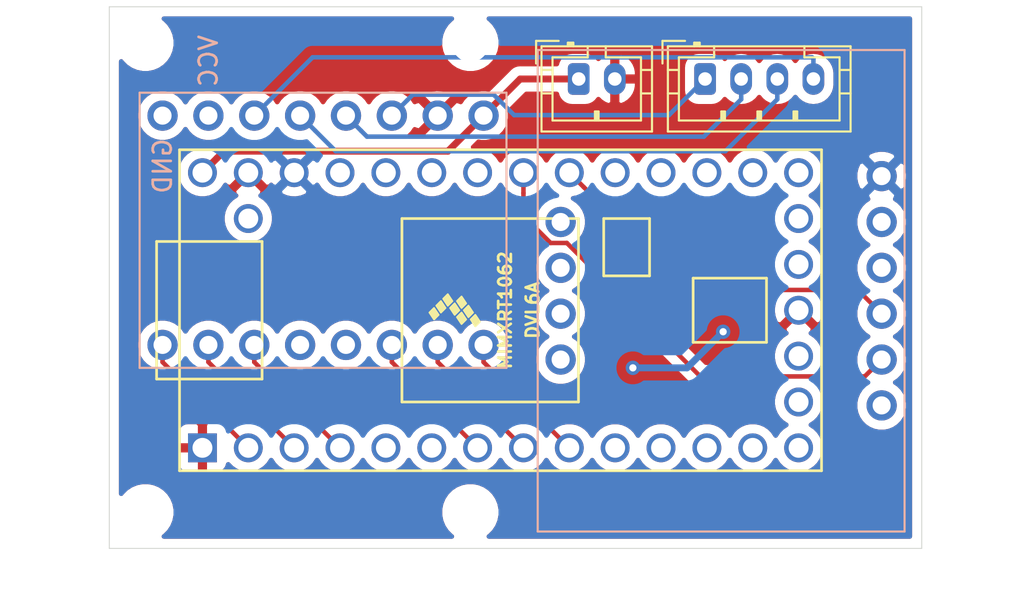
<source format=kicad_pcb>
(kicad_pcb (version 20171130) (host pcbnew 5.1.5)

  (general
    (thickness 1.6)
    (drawings 6)
    (tracks 56)
    (zones 0)
    (modules 9)
    (nets 48)
  )

  (page A4)
  (layers
    (0 F.Cu signal)
    (31 B.Cu signal)
    (32 B.Adhes user)
    (33 F.Adhes user)
    (34 B.Paste user)
    (35 F.Paste user)
    (36 B.SilkS user)
    (37 F.SilkS user)
    (38 B.Mask user)
    (39 F.Mask user)
    (40 Dwgs.User user)
    (41 Cmts.User user)
    (42 Eco1.User user)
    (43 Eco2.User user)
    (44 Edge.Cuts user)
    (45 Margin user)
    (46 B.CrtYd user)
    (47 F.CrtYd user)
    (48 B.Fab user)
    (49 F.Fab user)
  )

  (setup
    (last_trace_width 0.381)
    (user_trace_width 0.381)
    (trace_clearance 0.2)
    (zone_clearance 0.508)
    (zone_45_only no)
    (trace_min 0.2)
    (via_size 0.8)
    (via_drill 0.4)
    (via_min_size 0.4)
    (via_min_drill 0.3)
    (uvia_size 0.3)
    (uvia_drill 0.1)
    (uvias_allowed no)
    (uvia_min_size 0.2)
    (uvia_min_drill 0.1)
    (edge_width 0.05)
    (segment_width 0.2)
    (pcb_text_width 0.3)
    (pcb_text_size 1.5 1.5)
    (mod_edge_width 0.12)
    (mod_text_size 1 1)
    (mod_text_width 0.15)
    (pad_size 1.524 1.524)
    (pad_drill 0.762)
    (pad_to_mask_clearance 0.051)
    (solder_mask_min_width 0.25)
    (aux_axis_origin 0 0)
    (visible_elements FFFFFF7F)
    (pcbplotparams
      (layerselection 0x010fc_ffffffff)
      (usegerberextensions false)
      (usegerberattributes false)
      (usegerberadvancedattributes false)
      (creategerberjobfile false)
      (excludeedgelayer true)
      (linewidth 0.100000)
      (plotframeref false)
      (viasonmask false)
      (mode 1)
      (useauxorigin false)
      (hpglpennumber 1)
      (hpglpenspeed 20)
      (hpglpendiameter 15.000000)
      (psnegative false)
      (psa4output false)
      (plotreference true)
      (plotvalue true)
      (plotinvisibletext false)
      (padsonsilk false)
      (subtractmaskfromsilk false)
      (outputformat 1)
      (mirror false)
      (drillshape 1)
      (scaleselection 1)
      (outputdirectory ""))
  )

  (net 0 "")
  (net 1 GND)
  (net 2 VBAT)
  (net 3 "Net-(U1-Pad2)")
  (net 4 "Net-(U1-Pad3)")
  (net 5 "Net-(U1-Pad4)")
  (net 6 "Net-(U1-Pad5)")
  (net 7 "Net-(U1-Pad6)")
  (net 8 "Net-(U1-Pad7)")
  (net 9 "Net-(U1-Pad8)")
  (net 10 "Net-(U1-Pad9)")
  (net 11 "Net-(U1-Pad10)")
  (net 12 "Net-(U1-Pad11)")
  (net 13 "Net-(U1-Pad12)")
  (net 14 "Net-(U1-Pad13)")
  (net 15 "Net-(U1-Pad34)")
  (net 16 3V3T)
  (net 17 "Net-(U1-Pad30)")
  (net 18 "Net-(U1-Pad29)")
  (net 19 "Net-(U1-Pad28)")
  (net 20 "Net-(U1-Pad27)")
  (net 21 SCL)
  (net 22 SDA)
  (net 23 "Net-(U1-Pad24)")
  (net 24 "Net-(U1-Pad23)")
  (net 25 "Net-(U1-Pad22)")
  (net 26 "Net-(U1-Pad21)")
  (net 27 "Net-(U1-Pad14)")
  (net 28 "Net-(U1-Pad15)")
  (net 29 "Net-(U1-Pad16)")
  (net 30 "Net-(U1-Pad20)")
  (net 31 "Net-(U1-Pad19)")
  (net 32 "Net-(U1-Pad18)")
  (net 33 "Net-(U2-Pad5)")
  (net 34 "Net-(U2-Pad4)")
  (net 35 "Net-(U3-Pad7)")
  (net 36 "Net-(U3-Pad8)")
  (net 37 "Net-(U3-Pad9)")
  (net 38 "Net-(U3-Pad10)")
  (net 39 "Net-(U3-Pad2)")
  (net 40 "Net-(U3-Pad3)")
  (net 41 "Net-(U3-Pad6)")
  (net 42 "Net-(U2-Pad9)")
  (net 43 "Net-(U2-Pad10)")
  (net 44 "Net-(J2-Pad4)")
  (net 45 "Net-(J2-Pad3)")
  (net 46 "Net-(J2-Pad2)")
  (net 47 "Net-(J2-Pad1)")

  (net_class Default "This is the default net class."
    (clearance 0.2)
    (trace_width 0.25)
    (via_dia 0.8)
    (via_drill 0.4)
    (uvia_dia 0.3)
    (uvia_drill 0.1)
    (add_net 3V3T)
    (add_net GND)
    (add_net "Net-(J2-Pad1)")
    (add_net "Net-(J2-Pad2)")
    (add_net "Net-(J2-Pad3)")
    (add_net "Net-(J2-Pad4)")
    (add_net "Net-(U1-Pad10)")
    (add_net "Net-(U1-Pad11)")
    (add_net "Net-(U1-Pad12)")
    (add_net "Net-(U1-Pad13)")
    (add_net "Net-(U1-Pad14)")
    (add_net "Net-(U1-Pad15)")
    (add_net "Net-(U1-Pad16)")
    (add_net "Net-(U1-Pad18)")
    (add_net "Net-(U1-Pad19)")
    (add_net "Net-(U1-Pad2)")
    (add_net "Net-(U1-Pad20)")
    (add_net "Net-(U1-Pad21)")
    (add_net "Net-(U1-Pad22)")
    (add_net "Net-(U1-Pad23)")
    (add_net "Net-(U1-Pad24)")
    (add_net "Net-(U1-Pad27)")
    (add_net "Net-(U1-Pad28)")
    (add_net "Net-(U1-Pad29)")
    (add_net "Net-(U1-Pad3)")
    (add_net "Net-(U1-Pad30)")
    (add_net "Net-(U1-Pad34)")
    (add_net "Net-(U1-Pad4)")
    (add_net "Net-(U1-Pad5)")
    (add_net "Net-(U1-Pad6)")
    (add_net "Net-(U1-Pad7)")
    (add_net "Net-(U1-Pad8)")
    (add_net "Net-(U1-Pad9)")
    (add_net "Net-(U2-Pad10)")
    (add_net "Net-(U2-Pad4)")
    (add_net "Net-(U2-Pad5)")
    (add_net "Net-(U2-Pad9)")
    (add_net "Net-(U3-Pad10)")
    (add_net "Net-(U3-Pad2)")
    (add_net "Net-(U3-Pad3)")
    (add_net "Net-(U3-Pad6)")
    (add_net "Net-(U3-Pad7)")
    (add_net "Net-(U3-Pad8)")
    (add_net "Net-(U3-Pad9)")
    (add_net SCL)
    (add_net SDA)
    (add_net VBAT)
  )

  (module MountingHole:MountingHole_2.1mm (layer F.Cu) (tedit 5B924765) (tstamp 5E142CF2)
    (at 120 90)
    (descr "Mounting Hole 2.1mm, no annular")
    (tags "mounting hole 2.1mm no annular")
    (attr virtual)
    (fp_text reference REF** (at 0 -3.2) (layer F.SilkS) hide
      (effects (font (size 1 1) (thickness 0.15)))
    )
    (fp_text value MountingHole_2.1mm (at 0 3.2) (layer F.Fab)
      (effects (font (size 1 1) (thickness 0.15)))
    )
    (fp_circle (center 0 0) (end 2.35 0) (layer F.CrtYd) (width 0.05))
    (fp_circle (center 0 0) (end 2.1 0) (layer Cmts.User) (width 0.15))
    (pad "" np_thru_hole circle (at 0 0) (size 2.1 2.1) (drill 2.1) (layers *.Cu *.Mask))
  )

  (module MountingHole:MountingHole_2.1mm (layer F.Cu) (tedit 5B924765) (tstamp 5E142CB8)
    (at 120 64)
    (descr "Mounting Hole 2.1mm, no annular")
    (tags "mounting hole 2.1mm no annular")
    (attr virtual)
    (fp_text reference REF** (at -9 0) (layer F.SilkS) hide
      (effects (font (size 1 1) (thickness 0.15)))
    )
    (fp_text value MountingHole_2.1mm (at 0 3.2) (layer F.Fab)
      (effects (font (size 1 1) (thickness 0.15)))
    )
    (fp_circle (center 0 0) (end 2.35 0) (layer F.CrtYd) (width 0.05))
    (fp_circle (center 0 0) (end 2.1 0) (layer Cmts.User) (width 0.15))
    (pad "" np_thru_hole circle (at 0 0) (size 2.1 2.1) (drill 2.1) (layers *.Cu *.Mask))
  )

  (module MountingHole:MountingHole_2.1mm (layer F.Cu) (tedit 5B924765) (tstamp 5E142CA2)
    (at 102 64)
    (descr "Mounting Hole 2.1mm, no annular")
    (tags "mounting hole 2.1mm no annular")
    (attr virtual)
    (fp_text reference REF** (at 0 -3.2) (layer F.SilkS) hide
      (effects (font (size 1 1) (thickness 0.15)))
    )
    (fp_text value MountingHole_2.1mm (at 0 3.2) (layer F.Fab)
      (effects (font (size 1 1) (thickness 0.15)))
    )
    (fp_circle (center 0 0) (end 2.35 0) (layer F.CrtYd) (width 0.05))
    (fp_circle (center 0 0) (end 2.1 0) (layer Cmts.User) (width 0.15))
    (pad "" np_thru_hole circle (at 0 0) (size 2.1 2.1) (drill 2.1) (layers *.Cu *.Mask))
  )

  (module MountingHole:MountingHole_2.1mm (layer F.Cu) (tedit 5B924765) (tstamp 5E142C8C)
    (at 102 90)
    (descr "Mounting Hole 2.1mm, no annular")
    (tags "mounting hole 2.1mm no annular")
    (attr virtual)
    (fp_text reference REF** (at 0 -3.2) (layer F.SilkS) hide
      (effects (font (size 1 1) (thickness 0.15)))
    )
    (fp_text value MountingHole_2.1mm (at 0 3.2) (layer F.Fab)
      (effects (font (size 1 1) (thickness 0.15)))
    )
    (fp_circle (center 0 0) (end 2.35 0) (layer F.CrtYd) (width 0.05))
    (fp_circle (center 0 0) (end 2.1 0) (layer Cmts.User) (width 0.15))
    (pad "" np_thru_hole circle (at 0 0) (size 2.1 2.1) (drill 2.1) (layers *.Cu *.Mask))
  )

  (module Connector_JST:JST_PH_B4B-PH-K_1x04_P2.00mm_Vertical (layer F.Cu) (tedit 5B7745C2) (tstamp 5E141DCD)
    (at 133 66)
    (descr "JST PH series connector, B4B-PH-K (http://www.jst-mfg.com/product/pdf/eng/ePH.pdf), generated with kicad-footprint-generator")
    (tags "connector JST PH side entry")
    (path /5E23630E)
    (fp_text reference J2 (at 9 1) (layer F.SilkS) hide
      (effects (font (size 1 1) (thickness 0.15)))
    )
    (fp_text value Conn_01x04 (at 3 4) (layer F.Fab)
      (effects (font (size 1 1) (thickness 0.15)))
    )
    (fp_text user %R (at 3 1.5) (layer F.Fab)
      (effects (font (size 1 1) (thickness 0.15)))
    )
    (fp_line (start 8.45 -2.2) (end -2.45 -2.2) (layer F.CrtYd) (width 0.05))
    (fp_line (start 8.45 3.3) (end 8.45 -2.2) (layer F.CrtYd) (width 0.05))
    (fp_line (start -2.45 3.3) (end 8.45 3.3) (layer F.CrtYd) (width 0.05))
    (fp_line (start -2.45 -2.2) (end -2.45 3.3) (layer F.CrtYd) (width 0.05))
    (fp_line (start 7.95 -1.7) (end -1.95 -1.7) (layer F.Fab) (width 0.1))
    (fp_line (start 7.95 2.8) (end 7.95 -1.7) (layer F.Fab) (width 0.1))
    (fp_line (start -1.95 2.8) (end 7.95 2.8) (layer F.Fab) (width 0.1))
    (fp_line (start -1.95 -1.7) (end -1.95 2.8) (layer F.Fab) (width 0.1))
    (fp_line (start -2.36 -2.11) (end -2.36 -0.86) (layer F.Fab) (width 0.1))
    (fp_line (start -1.11 -2.11) (end -2.36 -2.11) (layer F.Fab) (width 0.1))
    (fp_line (start -2.36 -2.11) (end -2.36 -0.86) (layer F.SilkS) (width 0.12))
    (fp_line (start -1.11 -2.11) (end -2.36 -2.11) (layer F.SilkS) (width 0.12))
    (fp_line (start 5 2.3) (end 5 1.8) (layer F.SilkS) (width 0.12))
    (fp_line (start 5.1 1.8) (end 5.1 2.3) (layer F.SilkS) (width 0.12))
    (fp_line (start 4.9 1.8) (end 5.1 1.8) (layer F.SilkS) (width 0.12))
    (fp_line (start 4.9 2.3) (end 4.9 1.8) (layer F.SilkS) (width 0.12))
    (fp_line (start 3 2.3) (end 3 1.8) (layer F.SilkS) (width 0.12))
    (fp_line (start 3.1 1.8) (end 3.1 2.3) (layer F.SilkS) (width 0.12))
    (fp_line (start 2.9 1.8) (end 3.1 1.8) (layer F.SilkS) (width 0.12))
    (fp_line (start 2.9 2.3) (end 2.9 1.8) (layer F.SilkS) (width 0.12))
    (fp_line (start 1 2.3) (end 1 1.8) (layer F.SilkS) (width 0.12))
    (fp_line (start 1.1 1.8) (end 1.1 2.3) (layer F.SilkS) (width 0.12))
    (fp_line (start 0.9 1.8) (end 1.1 1.8) (layer F.SilkS) (width 0.12))
    (fp_line (start 0.9 2.3) (end 0.9 1.8) (layer F.SilkS) (width 0.12))
    (fp_line (start 8.06 0.8) (end 7.45 0.8) (layer F.SilkS) (width 0.12))
    (fp_line (start 8.06 -0.5) (end 7.45 -0.5) (layer F.SilkS) (width 0.12))
    (fp_line (start -2.06 0.8) (end -1.45 0.8) (layer F.SilkS) (width 0.12))
    (fp_line (start -2.06 -0.5) (end -1.45 -0.5) (layer F.SilkS) (width 0.12))
    (fp_line (start 5.5 -1.2) (end 5.5 -1.81) (layer F.SilkS) (width 0.12))
    (fp_line (start 7.45 -1.2) (end 5.5 -1.2) (layer F.SilkS) (width 0.12))
    (fp_line (start 7.45 2.3) (end 7.45 -1.2) (layer F.SilkS) (width 0.12))
    (fp_line (start -1.45 2.3) (end 7.45 2.3) (layer F.SilkS) (width 0.12))
    (fp_line (start -1.45 -1.2) (end -1.45 2.3) (layer F.SilkS) (width 0.12))
    (fp_line (start 0.5 -1.2) (end -1.45 -1.2) (layer F.SilkS) (width 0.12))
    (fp_line (start 0.5 -1.81) (end 0.5 -1.2) (layer F.SilkS) (width 0.12))
    (fp_line (start -0.3 -1.91) (end -0.6 -1.91) (layer F.SilkS) (width 0.12))
    (fp_line (start -0.6 -2.01) (end -0.6 -1.81) (layer F.SilkS) (width 0.12))
    (fp_line (start -0.3 -2.01) (end -0.6 -2.01) (layer F.SilkS) (width 0.12))
    (fp_line (start -0.3 -1.81) (end -0.3 -2.01) (layer F.SilkS) (width 0.12))
    (fp_line (start 8.06 -1.81) (end -2.06 -1.81) (layer F.SilkS) (width 0.12))
    (fp_line (start 8.06 2.91) (end 8.06 -1.81) (layer F.SilkS) (width 0.12))
    (fp_line (start -2.06 2.91) (end 8.06 2.91) (layer F.SilkS) (width 0.12))
    (fp_line (start -2.06 -1.81) (end -2.06 2.91) (layer F.SilkS) (width 0.12))
    (pad 4 thru_hole oval (at 6 0) (size 1.2 1.75) (drill 0.75) (layers *.Cu *.Mask)
      (net 44 "Net-(J2-Pad4)"))
    (pad 3 thru_hole oval (at 4 0) (size 1.2 1.75) (drill 0.75) (layers *.Cu *.Mask)
      (net 45 "Net-(J2-Pad3)"))
    (pad 2 thru_hole oval (at 2 0) (size 1.2 1.75) (drill 0.75) (layers *.Cu *.Mask)
      (net 46 "Net-(J2-Pad2)"))
    (pad 1 thru_hole roundrect (at 0 0) (size 1.2 1.75) (drill 0.75) (layers *.Cu *.Mask) (roundrect_rratio 0.208333)
      (net 47 "Net-(J2-Pad1)"))
    (model ${KISYS3DMOD}/Connector_JST.3dshapes/JST_PH_B4B-PH-K_1x04_P2.00mm_Vertical.wrl
      (at (xyz 0 0 0))
      (scale (xyz 1 1 1))
      (rotate (xyz 0 0 0))
    )
  )

  (module NUSTARS:bno055 (layer B.Cu) (tedit 5E0F8F41) (tstamp 5E13F726)
    (at 123.73 64.395 270)
    (path /5E1EF17C)
    (fp_text reference U3 (at 13.335 -10.16 90) (layer B.SilkS) hide
      (effects (font (size 1 1) (thickness 0.15)) (justify mirror))
    )
    (fp_text value bno055 (at 13.335 -8.255 90) (layer B.Fab)
      (effects (font (size 1 1) (thickness 0.15)) (justify mirror))
    )
    (fp_line (start 26.67 0) (end 0 0) (layer B.SilkS) (width 0.12))
    (fp_line (start 26.67 -20.32) (end 26.67 0) (layer B.SilkS) (width 0.12))
    (fp_line (start 0 -20.32) (end 26.67 -20.32) (layer B.SilkS) (width 0.12))
    (fp_line (start 0 0) (end 0 -20.32) (layer B.SilkS) (width 0.12))
    (pad 7 thru_hole circle (at 17.145 -1.27 270) (size 1.6764 1.6764) (drill 1) (layers *.Cu *.Mask)
      (net 35 "Net-(U3-Pad7)"))
    (pad 8 thru_hole circle (at 14.605 -1.27 270) (size 1.6764 1.6764) (drill 1) (layers *.Cu *.Mask)
      (net 36 "Net-(U3-Pad8)"))
    (pad 9 thru_hole circle (at 12.065 -1.27 270) (size 1.6764 1.6764) (drill 1) (layers *.Cu *.Mask)
      (net 37 "Net-(U3-Pad9)"))
    (pad 10 thru_hole circle (at 9.525 -1.27 270) (size 1.6764 1.6764) (drill 1) (layers *.Cu *.Mask)
      (net 38 "Net-(U3-Pad10)"))
    (pad 1 thru_hole circle (at 6.985 -19.05 270) (size 1.6764 1.6764) (drill 1) (layers *.Cu *.Mask)
      (net 16 3V3T))
    (pad 2 thru_hole circle (at 9.525 -19.05 270) (size 1.6764 1.6764) (drill 1) (layers *.Cu *.Mask)
      (net 39 "Net-(U3-Pad2)"))
    (pad 3 thru_hole circle (at 12.065 -19.05 270) (size 1.6764 1.6764) (drill 1) (layers *.Cu *.Mask)
      (net 40 "Net-(U3-Pad3)"))
    (pad 4 thru_hole circle (at 14.605 -19.05 270) (size 1.6764 1.6764) (drill 1) (layers *.Cu *.Mask Eco2.User)
      (net 22 SDA))
    (pad 5 thru_hole circle (at 17.145 -19.05 270) (size 1.6764 1.6764) (drill 1) (layers *.Cu *.Mask)
      (net 21 SCL))
    (pad 6 thru_hole circle (at 19.685 -19.05 270) (size 1.6764 1.6764) (drill 1) (layers *.Cu *.Mask)
      (net 41 "Net-(U3-Pad6)"))
  )

  (module NUSTARS:STSPIN220 (layer B.Cu) (tedit 5E13E8AF) (tstamp 5E13F714)
    (at 122 82 90)
    (path /5E1F3164)
    (fp_text reference U2 (at 7.874 -3.556 270) (layer B.SilkS) hide
      (effects (font (size 1 1) (thickness 0.15)) (justify mirror))
    )
    (fp_text value STSPIN220 (at 6 -2.032 270) (layer B.Fab)
      (effects (font (size 1 1) (thickness 0.15)) (justify mirror))
    )
    (fp_text user GND (at 11.176 -19.05 270) (layer B.SilkS)
      (effects (font (size 1 1) (thickness 0.15)) (justify mirror))
    )
    (fp_text user VCC (at 17 -16.51 270) (layer B.SilkS)
      (effects (font (size 1 1) (thickness 0.15)) (justify mirror))
    )
    (fp_line (start 0 -20.32) (end 0 0) (layer B.SilkS) (width 0.12))
    (fp_line (start 15.24 -20.32) (end 0 -20.32) (layer B.SilkS) (width 0.12))
    (fp_line (start 15.24 0) (end 15.24 -20.32) (layer B.SilkS) (width 0.12))
    (fp_line (start 0 0) (end 15.24 0) (layer B.SilkS) (width 0.12))
    (pad 8 thru_hole circle (at 1.27 -19.05 90) (size 1.6764 1.6764) (drill 1) (layers *.Cu *.Mask)
      (net 3 "Net-(U1-Pad2)"))
    (pad 7 thru_hole circle (at 1.27 -16.51 90) (size 1.6764 1.6764) (drill 1) (layers *.Cu *.Mask)
      (net 4 "Net-(U1-Pad3)"))
    (pad 6 thru_hole circle (at 1.27 -13.97 90) (size 1.6764 1.6764) (drill 1) (layers *.Cu *.Mask)
      (net 5 "Net-(U1-Pad4)"))
    (pad 5 thru_hole circle (at 1.27 -11.43 90) (size 1.6764 1.6764) (drill 1) (layers *.Cu *.Mask)
      (net 33 "Net-(U2-Pad5)"))
    (pad 4 thru_hole circle (at 1.27 -8.89 90) (size 1.6764 1.6764) (drill 1) (layers *.Cu *.Mask)
      (net 34 "Net-(U2-Pad4)"))
    (pad 3 thru_hole circle (at 1.27 -6.35 90) (size 1.6764 1.6764) (drill 1) (layers *.Cu *.Mask)
      (net 8 "Net-(U1-Pad7)"))
    (pad 2 thru_hole circle (at 1.27 -3.81 90) (size 1.6764 1.6764) (drill 1) (layers *.Cu *.Mask)
      (net 9 "Net-(U1-Pad8)"))
    (pad 1 thru_hole circle (at 1.27 -1.27 90) (size 1.6764 1.6764) (drill 1) (layers *.Cu *.Mask)
      (net 10 "Net-(U1-Pad9)"))
    (pad 9 thru_hole circle (at 13.97 -19.05 90) (size 1.6764 1.6764) (drill 1) (layers *.Cu *.Mask)
      (net 42 "Net-(U2-Pad9)"))
    (pad 10 thru_hole circle (at 13.97 -16.51 90) (size 1.6764 1.6764) (drill 1) (layers *.Cu *.Mask)
      (net 43 "Net-(U2-Pad10)"))
    (pad 11 thru_hole circle (at 13.97 -13.97 90) (size 1.6764 1.6764) (drill 1) (layers *.Cu *.Mask)
      (net 44 "Net-(J2-Pad4)"))
    (pad 12 thru_hole circle (at 13.97 -11.43 90) (size 1.6764 1.6764) (drill 1) (layers *.Cu *.Mask)
      (net 45 "Net-(J2-Pad3)"))
    (pad 13 thru_hole circle (at 13.97 -8.89 90) (size 1.6764 1.6764) (drill 1) (layers *.Cu *.Mask)
      (net 46 "Net-(J2-Pad2)"))
    (pad 14 thru_hole circle (at 13.97 -6.35 90) (size 1.6764 1.6764) (drill 1) (layers *.Cu *.Mask)
      (net 47 "Net-(J2-Pad1)"))
    (pad 15 thru_hole circle (at 13.97 -3.81 90) (size 1.6764 1.6764) (drill 1) (layers *.Cu *.Mask)
      (net 1 GND))
    (pad 16 thru_hole circle (at 13.97 -1.27 90) (size 1.6764 1.6764) (drill 1) (layers *.Cu *.Mask)
      (net 2 VBAT))
  )

  (module NUSTARS:Teensy40 (layer F.Cu) (tedit 5D521536) (tstamp 5E13F6FA)
    (at 121.67 78.81)
    (path /5E1EDF7B)
    (fp_text reference U1 (at 0 -10.16) (layer F.SilkS) hide
      (effects (font (size 1 1) (thickness 0.15)))
    )
    (fp_text value Teensy4.0 (at 0 10.16) (layer F.Fab)
      (effects (font (size 1 1) (thickness 0.15)))
    )
    (fp_text user DVL6A (at 1.778 0 90) (layer F.SilkS)
      (effects (font (size 0.7 0.7) (thickness 0.15)))
    )
    (fp_poly (pts (xy -3.937 0.127) (xy -3.683 -0.127) (xy -3.429 0.254) (xy -3.683 0.508)) (layer F.SilkS) (width 0.1))
    (fp_poly (pts (xy -3.556 -0.254) (xy -3.302 -0.508) (xy -3.048 -0.127) (xy -3.302 0.127)) (layer F.SilkS) (width 0.1))
    (fp_poly (pts (xy -1.651 0.508) (xy -1.397 0.254) (xy -1.143 0.635) (xy -1.397 0.889)) (layer F.SilkS) (width 0.1))
    (fp_poly (pts (xy -2.032 0) (xy -1.778 -0.254) (xy -1.524 0.127) (xy -1.778 0.381)) (layer F.SilkS) (width 0.1))
    (fp_poly (pts (xy -2.413 -0.508) (xy -2.159 -0.762) (xy -1.905 -0.381) (xy -2.159 -0.127)) (layer F.SilkS) (width 0.1))
    (fp_poly (pts (xy -2.413 0.381) (xy -2.159 0.127) (xy -1.905 0.508) (xy -2.159 0.762)) (layer F.SilkS) (width 0.1))
    (fp_poly (pts (xy -2.794 -0.127) (xy -2.54 -0.381) (xy -2.286 0) (xy -2.54 0.254)) (layer F.SilkS) (width 0.1))
    (fp_poly (pts (xy -3.175 -0.635) (xy -2.921 -0.889) (xy -2.667 -0.508) (xy -2.921 -0.254)) (layer F.SilkS) (width 0.1))
    (fp_text user MIMXRT1062 (at 0.254 0 90) (layer F.SilkS)
      (effects (font (size 0.7 0.7) (thickness 0.15)))
    )
    (fp_line (start 5.715 -1.905) (end 5.715 -5.08) (layer F.SilkS) (width 0.15))
    (fp_line (start 8.255 -1.905) (end 5.715 -1.905) (layer F.SilkS) (width 0.15))
    (fp_line (start 8.255 -5.08) (end 8.255 -1.905) (layer F.SilkS) (width 0.15))
    (fp_line (start 5.715 -5.08) (end 8.255 -5.08) (layer F.SilkS) (width 0.15))
    (fp_line (start -17.78 8.89) (end -17.78 -8.89) (layer F.SilkS) (width 0.15))
    (fp_line (start 17.78 8.89) (end -17.78 8.89) (layer F.SilkS) (width 0.15))
    (fp_line (start 17.78 -8.89) (end 17.78 8.89) (layer F.SilkS) (width 0.15))
    (fp_line (start -17.78 -8.89) (end 17.78 -8.89) (layer F.SilkS) (width 0.15))
    (fp_line (start 4.318 5.08) (end -5.461 5.08) (layer F.SilkS) (width 0.15))
    (fp_line (start 4.318 -5.08) (end -5.461 -5.08) (layer F.SilkS) (width 0.15))
    (fp_line (start -5.461 -5.08) (end -5.461 5.08) (layer F.SilkS) (width 0.15))
    (fp_line (start 4.318 5.08) (end 4.318 -5.08) (layer F.SilkS) (width 0.15))
    (fp_line (start 10.668 -1.778) (end 14.732 -1.778) (layer F.SilkS) (width 0.15))
    (fp_line (start 10.668 1.778) (end 10.668 -1.778) (layer F.SilkS) (width 0.15))
    (fp_line (start 14.732 1.778) (end 10.668 1.778) (layer F.SilkS) (width 0.15))
    (fp_line (start 14.732 -1.778) (end 14.732 1.778) (layer F.SilkS) (width 0.15))
    (fp_line (start -13.208 3.81) (end -17.78 3.81) (layer F.SilkS) (width 0.15))
    (fp_line (start -13.208 -3.81) (end -17.78 -3.81) (layer F.SilkS) (width 0.15))
    (fp_line (start -13.208 3.81) (end -13.208 -3.81) (layer F.SilkS) (width 0.15))
    (fp_line (start -19.05 -3.81) (end -17.78 -3.81) (layer F.SilkS) (width 0.15))
    (fp_line (start -19.05 3.81) (end -19.05 -3.81) (layer F.SilkS) (width 0.15))
    (fp_line (start -17.78 3.81) (end -19.05 3.81) (layer F.SilkS) (width 0.15))
    (pad 1 thru_hole rect (at -16.51 7.62) (size 1.6 1.6) (drill 1.1) (layers *.Cu *.Mask)
      (net 1 GND))
    (pad 2 thru_hole circle (at -13.97 7.62) (size 1.6 1.6) (drill 1.1) (layers *.Cu *.Mask)
      (net 3 "Net-(U1-Pad2)"))
    (pad 3 thru_hole circle (at -11.43 7.62) (size 1.6 1.6) (drill 1.1) (layers *.Cu *.Mask)
      (net 4 "Net-(U1-Pad3)"))
    (pad 4 thru_hole circle (at -8.89 7.62) (size 1.6 1.6) (drill 1.1) (layers *.Cu *.Mask)
      (net 5 "Net-(U1-Pad4)"))
    (pad 5 thru_hole circle (at -6.35 7.62) (size 1.6 1.6) (drill 1.1) (layers *.Cu *.Mask)
      (net 6 "Net-(U1-Pad5)"))
    (pad 6 thru_hole circle (at -3.81 7.62) (size 1.6 1.6) (drill 1.1) (layers *.Cu *.Mask)
      (net 7 "Net-(U1-Pad6)"))
    (pad 7 thru_hole circle (at -1.27 7.62) (size 1.6 1.6) (drill 1.1) (layers *.Cu *.Mask)
      (net 8 "Net-(U1-Pad7)"))
    (pad 8 thru_hole circle (at 1.27 7.62) (size 1.6 1.6) (drill 1.1) (layers *.Cu *.Mask)
      (net 9 "Net-(U1-Pad8)"))
    (pad 9 thru_hole circle (at 3.81 7.62) (size 1.6 1.6) (drill 1.1) (layers *.Cu *.Mask)
      (net 10 "Net-(U1-Pad9)"))
    (pad 10 thru_hole circle (at 6.35 7.62) (size 1.6 1.6) (drill 1.1) (layers *.Cu *.Mask)
      (net 11 "Net-(U1-Pad10)"))
    (pad 11 thru_hole circle (at 8.89 7.62) (size 1.6 1.6) (drill 1.1) (layers *.Cu *.Mask)
      (net 12 "Net-(U1-Pad11)"))
    (pad 12 thru_hole circle (at 11.43 7.62) (size 1.6 1.6) (drill 1.1) (layers *.Cu *.Mask)
      (net 13 "Net-(U1-Pad12)"))
    (pad 13 thru_hole circle (at 13.97 7.62) (size 1.6 1.6) (drill 1.1) (layers *.Cu *.Mask)
      (net 14 "Net-(U1-Pad13)"))
    (pad 34 thru_hole circle (at -13.97 -5.08) (size 1.6 1.6) (drill 1.1) (layers *.Cu *.Mask)
      (net 15 "Net-(U1-Pad34)"))
    (pad 33 thru_hole circle (at -16.51 -7.62) (size 1.6 1.6) (drill 1.1) (layers *.Cu *.Mask)
      (net 2 VBAT))
    (pad 32 thru_hole circle (at -13.97 -7.62) (size 1.6 1.6) (drill 1.1) (layers *.Cu *.Mask)
      (net 1 GND))
    (pad 31 thru_hole circle (at -11.43 -7.62) (size 1.6 1.6) (drill 1.1) (layers *.Cu *.Mask)
      (net 16 3V3T))
    (pad 30 thru_hole circle (at -8.89 -7.62) (size 1.6 1.6) (drill 1.1) (layers *.Cu *.Mask)
      (net 17 "Net-(U1-Pad30)"))
    (pad 29 thru_hole circle (at -6.35 -7.62) (size 1.6 1.6) (drill 1.1) (layers *.Cu *.Mask)
      (net 18 "Net-(U1-Pad29)"))
    (pad 28 thru_hole circle (at -3.81 -7.62) (size 1.6 1.6) (drill 1.1) (layers *.Cu *.Mask)
      (net 19 "Net-(U1-Pad28)"))
    (pad 27 thru_hole circle (at -1.27 -7.62) (size 1.6 1.6) (drill 1.1) (layers *.Cu *.Mask)
      (net 20 "Net-(U1-Pad27)"))
    (pad 26 thru_hole circle (at 1.27 -7.62) (size 1.6 1.6) (drill 1.1) (layers *.Cu *.Mask)
      (net 21 SCL))
    (pad 25 thru_hole circle (at 3.81 -7.62) (size 1.6 1.6) (drill 1.1) (layers *.Cu *.Mask)
      (net 22 SDA))
    (pad 24 thru_hole circle (at 6.35 -7.62) (size 1.6 1.6) (drill 1.1) (layers *.Cu *.Mask)
      (net 23 "Net-(U1-Pad24)"))
    (pad 23 thru_hole circle (at 8.89 -7.62) (size 1.6 1.6) (drill 1.1) (layers *.Cu *.Mask)
      (net 24 "Net-(U1-Pad23)"))
    (pad 22 thru_hole circle (at 11.43 -7.62) (size 1.6 1.6) (drill 1.1) (layers *.Cu *.Mask)
      (net 25 "Net-(U1-Pad22)"))
    (pad 21 thru_hole circle (at 13.97 -7.62) (size 1.6 1.6) (drill 1.1) (layers *.Cu *.Mask)
      (net 26 "Net-(U1-Pad21)"))
    (pad 14 thru_hole circle (at 16.51 7.62) (size 1.6 1.6) (drill 1.1) (layers *.Cu *.Mask)
      (net 27 "Net-(U1-Pad14)"))
    (pad 15 thru_hole circle (at 16.51 5.08) (size 1.6 1.6) (drill 1.1) (layers *.Cu *.Mask)
      (net 28 "Net-(U1-Pad15)"))
    (pad 16 thru_hole circle (at 16.51 2.54) (size 1.6 1.6) (drill 1.1) (layers *.Cu *.Mask)
      (net 29 "Net-(U1-Pad16)"))
    (pad 20 thru_hole circle (at 16.51 -7.62) (size 1.6 1.6) (drill 1.1) (layers *.Cu *.Mask)
      (net 30 "Net-(U1-Pad20)"))
    (pad 19 thru_hole circle (at 16.51 -5.08) (size 1.6 1.6) (drill 1.1) (layers *.Cu *.Mask)
      (net 31 "Net-(U1-Pad19)"))
    (pad 18 thru_hole circle (at 16.51 -2.54) (size 1.6 1.6) (drill 1.1) (layers *.Cu *.Mask)
      (net 32 "Net-(U1-Pad18)"))
    (pad 17 thru_hole circle (at 16.51 0) (size 1.6 1.6) (drill 1.1) (layers *.Cu *.Mask)
      (net 1 GND))
  )

  (module Connector_JST:JST_PH_B2B-PH-K_1x02_P2.00mm_Vertical (layer F.Cu) (tedit 5B7745C2) (tstamp 5E13F6B4)
    (at 126 66)
    (descr "JST PH series connector, B2B-PH-K (http://www.jst-mfg.com/product/pdf/eng/ePH.pdf), generated with kicad-footprint-generator")
    (tags "connector JST PH side entry")
    (path /5E1EFEDF)
    (fp_text reference J1 (at -3 -1) (layer F.SilkS) hide
      (effects (font (size 1 1) (thickness 0.15)))
    )
    (fp_text value Conn_01x02 (at 1 4) (layer F.Fab)
      (effects (font (size 1 1) (thickness 0.15)))
    )
    (fp_text user %R (at 1 1.5) (layer F.Fab)
      (effects (font (size 1 1) (thickness 0.15)))
    )
    (fp_line (start 4.45 -2.2) (end -2.45 -2.2) (layer F.CrtYd) (width 0.05))
    (fp_line (start 4.45 3.3) (end 4.45 -2.2) (layer F.CrtYd) (width 0.05))
    (fp_line (start -2.45 3.3) (end 4.45 3.3) (layer F.CrtYd) (width 0.05))
    (fp_line (start -2.45 -2.2) (end -2.45 3.3) (layer F.CrtYd) (width 0.05))
    (fp_line (start 3.95 -1.7) (end -1.95 -1.7) (layer F.Fab) (width 0.1))
    (fp_line (start 3.95 2.8) (end 3.95 -1.7) (layer F.Fab) (width 0.1))
    (fp_line (start -1.95 2.8) (end 3.95 2.8) (layer F.Fab) (width 0.1))
    (fp_line (start -1.95 -1.7) (end -1.95 2.8) (layer F.Fab) (width 0.1))
    (fp_line (start -2.36 -2.11) (end -2.36 -0.86) (layer F.Fab) (width 0.1))
    (fp_line (start -1.11 -2.11) (end -2.36 -2.11) (layer F.Fab) (width 0.1))
    (fp_line (start -2.36 -2.11) (end -2.36 -0.86) (layer F.SilkS) (width 0.12))
    (fp_line (start -1.11 -2.11) (end -2.36 -2.11) (layer F.SilkS) (width 0.12))
    (fp_line (start 1 2.3) (end 1 1.8) (layer F.SilkS) (width 0.12))
    (fp_line (start 1.1 1.8) (end 1.1 2.3) (layer F.SilkS) (width 0.12))
    (fp_line (start 0.9 1.8) (end 1.1 1.8) (layer F.SilkS) (width 0.12))
    (fp_line (start 0.9 2.3) (end 0.9 1.8) (layer F.SilkS) (width 0.12))
    (fp_line (start 4.06 0.8) (end 3.45 0.8) (layer F.SilkS) (width 0.12))
    (fp_line (start 4.06 -0.5) (end 3.45 -0.5) (layer F.SilkS) (width 0.12))
    (fp_line (start -2.06 0.8) (end -1.45 0.8) (layer F.SilkS) (width 0.12))
    (fp_line (start -2.06 -0.5) (end -1.45 -0.5) (layer F.SilkS) (width 0.12))
    (fp_line (start 1.5 -1.2) (end 1.5 -1.81) (layer F.SilkS) (width 0.12))
    (fp_line (start 3.45 -1.2) (end 1.5 -1.2) (layer F.SilkS) (width 0.12))
    (fp_line (start 3.45 2.3) (end 3.45 -1.2) (layer F.SilkS) (width 0.12))
    (fp_line (start -1.45 2.3) (end 3.45 2.3) (layer F.SilkS) (width 0.12))
    (fp_line (start -1.45 -1.2) (end -1.45 2.3) (layer F.SilkS) (width 0.12))
    (fp_line (start 0.5 -1.2) (end -1.45 -1.2) (layer F.SilkS) (width 0.12))
    (fp_line (start 0.5 -1.81) (end 0.5 -1.2) (layer F.SilkS) (width 0.12))
    (fp_line (start -0.3 -1.91) (end -0.6 -1.91) (layer F.SilkS) (width 0.12))
    (fp_line (start -0.6 -2.01) (end -0.6 -1.81) (layer F.SilkS) (width 0.12))
    (fp_line (start -0.3 -2.01) (end -0.6 -2.01) (layer F.SilkS) (width 0.12))
    (fp_line (start -0.3 -1.81) (end -0.3 -2.01) (layer F.SilkS) (width 0.12))
    (fp_line (start 4.06 -1.81) (end -2.06 -1.81) (layer F.SilkS) (width 0.12))
    (fp_line (start 4.06 2.91) (end 4.06 -1.81) (layer F.SilkS) (width 0.12))
    (fp_line (start -2.06 2.91) (end 4.06 2.91) (layer F.SilkS) (width 0.12))
    (fp_line (start -2.06 -1.81) (end -2.06 2.91) (layer F.SilkS) (width 0.12))
    (pad 2 thru_hole oval (at 2 0) (size 1.2 1.75) (drill 0.75) (layers *.Cu *.Mask)
      (net 1 GND))
    (pad 1 thru_hole roundrect (at 0 0) (size 1.2 1.75) (drill 0.75) (layers *.Cu *.Mask) (roundrect_rratio 0.208333)
      (net 2 VBAT))
    (model ${KISYS3DMOD}/Connector_JST.3dshapes/JST_PH_B2B-PH-K_1x02_P2.00mm_Vertical.wrl
      (at (xyz 0 0 0))
      (scale (xyz 1 1 1))
      (rotate (xyz 0 0 0))
    )
  )

  (dimension 45 (width 0.15) (layer F.Fab)
    (gr_text "45.000 mm" (at 122.5 95.3) (layer F.Fab)
      (effects (font (size 1 1) (thickness 0.15)))
    )
    (feature1 (pts (xy 145 92) (xy 145 94.586421)))
    (feature2 (pts (xy 100 92) (xy 100 94.586421)))
    (crossbar (pts (xy 100 94) (xy 145 94)))
    (arrow1a (pts (xy 145 94) (xy 143.873496 94.586421)))
    (arrow1b (pts (xy 145 94) (xy 143.873496 93.413579)))
    (arrow2a (pts (xy 100 94) (xy 101.126504 94.586421)))
    (arrow2b (pts (xy 100 94) (xy 101.126504 93.413579)))
  )
  (dimension 30 (width 0.15) (layer F.Fab)
    (gr_text "30.000 mm" (at 149.3 77 270) (layer F.Fab)
      (effects (font (size 1 1) (thickness 0.15)))
    )
    (feature1 (pts (xy 145 92) (xy 148.586421 92)))
    (feature2 (pts (xy 145 62) (xy 148.586421 62)))
    (crossbar (pts (xy 148 62) (xy 148 92)))
    (arrow1a (pts (xy 148 92) (xy 147.413579 90.873496)))
    (arrow1b (pts (xy 148 92) (xy 148.586421 90.873496)))
    (arrow2a (pts (xy 148 62) (xy 147.413579 63.126504)))
    (arrow2b (pts (xy 148 62) (xy 148.586421 63.126504)))
  )
  (gr_line (start 145 92) (end 145 62) (layer Edge.Cuts) (width 0.05) (tstamp 5E141FB5))
  (gr_line (start 100 92) (end 145 92) (layer Edge.Cuts) (width 0.05))
  (gr_line (start 100 62) (end 100 92) (layer Edge.Cuts) (width 0.05))
  (gr_line (start 145 62) (end 100 62) (layer Edge.Cuts) (width 0.05))

  (segment (start 105 86.59) (end 105.16 86.43) (width 0.25) (layer F.Cu) (net 1))
  (via (at 134 80) (size 0.8) (drill 0.4) (layers F.Cu B.Cu) (net 1))
  (via (at 129 82) (size 0.8) (drill 0.4) (layers F.Cu B.Cu) (net 1))
  (segment (start 132 82) (end 134 80) (width 0.381) (layer B.Cu) (net 1))
  (segment (start 129 82) (end 132 82) (width 0.381) (layer B.Cu) (net 1))
  (segment (start 122.76 66) (end 120.73 68.03) (width 0.381) (layer F.Cu) (net 2))
  (segment (start 126 66) (end 122.76 66) (width 0.381) (layer F.Cu) (net 2))
  (segment (start 118.760501 69.999499) (end 106.350501 69.999499) (width 0.381) (layer F.Cu) (net 2))
  (segment (start 105.959999 70.390001) (end 105.16 71.19) (width 0.381) (layer F.Cu) (net 2))
  (segment (start 106.350501 69.999499) (end 105.959999 70.390001) (width 0.381) (layer F.Cu) (net 2))
  (segment (start 120.73 68.03) (end 118.760501 69.999499) (width 0.381) (layer F.Cu) (net 2))
  (segment (start 102.95 81.68) (end 102.95 80.73) (width 0.25) (layer F.Cu) (net 3))
  (segment (start 107.7 86.43) (end 102.95 81.68) (width 0.25) (layer F.Cu) (net 3))
  (segment (start 105.49 81.68) (end 105.49 80.73) (width 0.25) (layer F.Cu) (net 4))
  (segment (start 110.24 86.43) (end 105.49 81.68) (width 0.25) (layer F.Cu) (net 4))
  (segment (start 108.03 81.68) (end 108.03 80.73) (width 0.25) (layer F.Cu) (net 5))
  (segment (start 112.78 86.43) (end 108.03 81.68) (width 0.25) (layer F.Cu) (net 5))
  (segment (start 115.65 81.68) (end 115.65 80.73) (width 0.25) (layer F.Cu) (net 8))
  (segment (start 120.4 86.43) (end 115.65 81.68) (width 0.25) (layer F.Cu) (net 8))
  (segment (start 118.19 81.68) (end 118.19 80.73) (width 0.25) (layer F.Cu) (net 9))
  (segment (start 122.94 86.43) (end 118.19 81.68) (width 0.25) (layer F.Cu) (net 9))
  (segment (start 120.73 81.68) (end 120.73 80.73) (width 0.25) (layer F.Cu) (net 10))
  (segment (start 125.48 86.43) (end 120.73 81.68) (width 0.25) (layer F.Cu) (net 10))
  (segment (start 122.94 72.32137) (end 122.94 71.19) (width 0.25) (layer F.Cu) (net 21))
  (segment (start 122.94 73.581538) (end 122.94 72.32137) (width 0.25) (layer F.Cu) (net 21))
  (segment (start 124.441663 75.083201) (end 122.94 73.581538) (width 0.25) (layer F.Cu) (net 21))
  (segment (start 125.344739 75.083201) (end 124.441663 75.083201) (width 0.25) (layer F.Cu) (net 21))
  (segment (start 132.736539 82.475001) (end 125.344739 75.083201) (width 0.25) (layer F.Cu) (net 21))
  (segment (start 141.844999 82.475001) (end 132.736539 82.475001) (width 0.25) (layer F.Cu) (net 21))
  (segment (start 142.78 81.54) (end 141.844999 82.475001) (width 0.25) (layer F.Cu) (net 21))
  (segment (start 125.48 71.48) (end 125.48 71.19) (width 0.25) (layer F.Cu) (net 22))
  (segment (start 126.279999 71.989999) (end 125.48 71.19) (width 0.25) (layer F.Cu) (net 22))
  (segment (start 141.464999 77.684999) (end 131.974999 77.684999) (width 0.25) (layer F.Cu) (net 22))
  (segment (start 131.974999 77.684999) (end 126.279999 71.989999) (width 0.25) (layer F.Cu) (net 22))
  (segment (start 142.78 79) (end 141.464999 77.684999) (width 0.25) (layer F.Cu) (net 22))
  (segment (start 108.868199 67.191801) (end 108.03 68.03) (width 0.25) (layer B.Cu) (net 44))
  (segment (start 111.26001 64.79999) (end 108.868199 67.191801) (width 0.25) (layer B.Cu) (net 44))
  (segment (start 138.92499 64.79999) (end 111.26001 64.79999) (width 0.25) (layer B.Cu) (net 44))
  (segment (start 139 64.875) (end 138.92499 64.79999) (width 0.25) (layer B.Cu) (net 44))
  (segment (start 139 66) (end 139 64.875) (width 0.25) (layer B.Cu) (net 44))
  (segment (start 111.408199 68.868199) (end 110.57 68.03) (width 0.25) (layer B.Cu) (net 45))
  (segment (start 137 66) (end 137 67.125) (width 0.25) (layer B.Cu) (net 45))
  (segment (start 112.54 70) (end 111.408199 68.868199) (width 0.25) (layer B.Cu) (net 45))
  (segment (start 134.125 70) (end 112.54 70) (width 0.25) (layer B.Cu) (net 45))
  (segment (start 137 67.125) (end 134.125 70) (width 0.25) (layer B.Cu) (net 45))
  (segment (start 114.273201 69.193201) (end 113.948199 68.868199) (width 0.25) (layer B.Cu) (net 46))
  (segment (start 132.931799 69.193201) (end 114.273201 69.193201) (width 0.25) (layer B.Cu) (net 46))
  (segment (start 113.948199 68.868199) (end 113.11 68.03) (width 0.25) (layer B.Cu) (net 46))
  (segment (start 135 66) (end 135 67.125) (width 0.25) (layer B.Cu) (net 46))
  (segment (start 135 67.125) (end 132.931799 69.193201) (width 0.25) (layer B.Cu) (net 46))
  (segment (start 133 66) (end 131 68) (width 0.25) (layer B.Cu) (net 47))
  (segment (start 116.488199 67.191801) (end 115.65 68.03) (width 0.25) (layer B.Cu) (net 47))
  (segment (start 116.813201 66.866799) (end 116.488199 67.191801) (width 0.25) (layer B.Cu) (net 47))
  (segment (start 121.288337 66.866799) (end 116.813201 66.866799) (width 0.25) (layer B.Cu) (net 47))
  (segment (start 122.421538 68) (end 121.288337 66.866799) (width 0.25) (layer B.Cu) (net 47))
  (segment (start 131 68) (end 122.421538 68) (width 0.25) (layer B.Cu) (net 47))

  (zone (net 16) (net_name 3V3T) (layer B.Cu) (tstamp 0) (hatch edge 0.508)
    (connect_pads (clearance 0.508))
    (min_thickness 0.254)
    (fill yes (arc_segments 32) (thermal_gap 0.508) (thermal_bridge_width 0.508))
    (polygon
      (pts
        (xy 145 92) (xy 100 92) (xy 100 62) (xy 145 62)
      )
    )
    (filled_polygon
      (pts
        (xy 118.925875 62.691175) (xy 118.691175 62.925875) (xy 118.506772 63.201853) (xy 118.379754 63.508504) (xy 118.315 63.834042)
        (xy 118.315 64.03999) (xy 111.297343 64.03999) (xy 111.26001 64.036313) (xy 111.222677 64.03999) (xy 111.111024 64.050987)
        (xy 110.967763 64.094444) (xy 110.835734 64.165016) (xy 110.720009 64.259989) (xy 110.696211 64.288987) (xy 108.386374 66.598825)
        (xy 108.175098 66.5568) (xy 107.884902 66.5568) (xy 107.600283 66.613414) (xy 107.332178 66.724467) (xy 107.09089 66.885691)
        (xy 106.885691 67.09089) (xy 106.76 67.278999) (xy 106.634309 67.09089) (xy 106.42911 66.885691) (xy 106.187822 66.724467)
        (xy 105.919717 66.613414) (xy 105.635098 66.5568) (xy 105.344902 66.5568) (xy 105.060283 66.613414) (xy 104.792178 66.724467)
        (xy 104.55089 66.885691) (xy 104.345691 67.09089) (xy 104.22 67.278999) (xy 104.094309 67.09089) (xy 103.88911 66.885691)
        (xy 103.647822 66.724467) (xy 103.379717 66.613414) (xy 103.095098 66.5568) (xy 102.804902 66.5568) (xy 102.520283 66.613414)
        (xy 102.252178 66.724467) (xy 102.01089 66.885691) (xy 101.805691 67.09089) (xy 101.644467 67.332178) (xy 101.533414 67.600283)
        (xy 101.4768 67.884902) (xy 101.4768 68.175098) (xy 101.533414 68.459717) (xy 101.644467 68.727822) (xy 101.805691 68.96911)
        (xy 102.01089 69.174309) (xy 102.252178 69.335533) (xy 102.520283 69.446586) (xy 102.804902 69.5032) (xy 103.095098 69.5032)
        (xy 103.379717 69.446586) (xy 103.647822 69.335533) (xy 103.88911 69.174309) (xy 104.094309 68.96911) (xy 104.22 68.781001)
        (xy 104.345691 68.96911) (xy 104.55089 69.174309) (xy 104.792178 69.335533) (xy 105.060283 69.446586) (xy 105.344902 69.5032)
        (xy 105.635098 69.5032) (xy 105.919717 69.446586) (xy 106.187822 69.335533) (xy 106.42911 69.174309) (xy 106.634309 68.96911)
        (xy 106.76 68.781001) (xy 106.885691 68.96911) (xy 107.09089 69.174309) (xy 107.332178 69.335533) (xy 107.600283 69.446586)
        (xy 107.884902 69.5032) (xy 108.175098 69.5032) (xy 108.459717 69.446586) (xy 108.727822 69.335533) (xy 108.96911 69.174309)
        (xy 109.174309 68.96911) (xy 109.3 68.781001) (xy 109.425691 68.96911) (xy 109.63089 69.174309) (xy 109.872178 69.335533)
        (xy 110.140283 69.446586) (xy 110.424902 69.5032) (xy 110.715098 69.5032) (xy 110.926374 69.461175) (xy 111.702901 70.237703)
        (xy 111.665363 70.275241) (xy 111.509085 70.509128) (xy 111.476671 70.448486) (xy 111.232702 70.376903) (xy 110.419605 71.19)
        (xy 111.232702 72.003097) (xy 111.476671 71.931514) (xy 111.507194 71.867008) (xy 111.50832 71.869727) (xy 111.665363 72.104759)
        (xy 111.865241 72.304637) (xy 112.100273 72.46168) (xy 112.361426 72.569853) (xy 112.638665 72.625) (xy 112.921335 72.625)
        (xy 113.198574 72.569853) (xy 113.459727 72.46168) (xy 113.694759 72.304637) (xy 113.894637 72.104759) (xy 114.05 71.872241)
        (xy 114.205363 72.104759) (xy 114.405241 72.304637) (xy 114.640273 72.46168) (xy 114.901426 72.569853) (xy 115.178665 72.625)
        (xy 115.461335 72.625) (xy 115.738574 72.569853) (xy 115.999727 72.46168) (xy 116.234759 72.304637) (xy 116.434637 72.104759)
        (xy 116.59 71.872241) (xy 116.745363 72.104759) (xy 116.945241 72.304637) (xy 117.180273 72.46168) (xy 117.441426 72.569853)
        (xy 117.718665 72.625) (xy 118.001335 72.625) (xy 118.278574 72.569853) (xy 118.539727 72.46168) (xy 118.774759 72.304637)
        (xy 118.974637 72.104759) (xy 119.13 71.872241) (xy 119.285363 72.104759) (xy 119.485241 72.304637) (xy 119.720273 72.46168)
        (xy 119.981426 72.569853) (xy 120.258665 72.625) (xy 120.541335 72.625) (xy 120.818574 72.569853) (xy 121.079727 72.46168)
        (xy 121.314759 72.304637) (xy 121.514637 72.104759) (xy 121.67 71.872241) (xy 121.825363 72.104759) (xy 122.025241 72.304637)
        (xy 122.260273 72.46168) (xy 122.521426 72.569853) (xy 122.798665 72.625) (xy 123.081335 72.625) (xy 123.358574 72.569853)
        (xy 123.619727 72.46168) (xy 123.854759 72.304637) (xy 124.054637 72.104759) (xy 124.21 71.872241) (xy 124.365363 72.104759)
        (xy 124.565241 72.304637) (xy 124.795644 72.458587) (xy 124.570283 72.503414) (xy 124.302178 72.614467) (xy 124.06089 72.775691)
        (xy 123.855691 72.98089) (xy 123.694467 73.222178) (xy 123.583414 73.490283) (xy 123.5268 73.774902) (xy 123.5268 74.065098)
        (xy 123.583414 74.349717) (xy 123.694467 74.617822) (xy 123.855691 74.85911) (xy 124.06089 75.064309) (xy 124.248999 75.19)
        (xy 124.06089 75.315691) (xy 123.855691 75.52089) (xy 123.694467 75.762178) (xy 123.583414 76.030283) (xy 123.5268 76.314902)
        (xy 123.5268 76.605098) (xy 123.583414 76.889717) (xy 123.694467 77.157822) (xy 123.855691 77.39911) (xy 124.06089 77.604309)
        (xy 124.248999 77.73) (xy 124.06089 77.855691) (xy 123.855691 78.06089) (xy 123.694467 78.302178) (xy 123.583414 78.570283)
        (xy 123.5268 78.854902) (xy 123.5268 79.145098) (xy 123.583414 79.429717) (xy 123.694467 79.697822) (xy 123.855691 79.93911)
        (xy 124.06089 80.144309) (xy 124.248999 80.27) (xy 124.06089 80.395691) (xy 123.855691 80.60089) (xy 123.694467 80.842178)
        (xy 123.583414 81.110283) (xy 123.5268 81.394902) (xy 123.5268 81.685098) (xy 123.583414 81.969717) (xy 123.694467 82.237822)
        (xy 123.855691 82.47911) (xy 124.06089 82.684309) (xy 124.302178 82.845533) (xy 124.570283 82.956586) (xy 124.854902 83.0132)
        (xy 125.145098 83.0132) (xy 125.429717 82.956586) (xy 125.697822 82.845533) (xy 125.93911 82.684309) (xy 126.144309 82.47911)
        (xy 126.305533 82.237822) (xy 126.416586 81.969717) (xy 126.430839 81.898061) (xy 127.965 81.898061) (xy 127.965 82.101939)
        (xy 128.004774 82.301898) (xy 128.082795 82.490256) (xy 128.196063 82.659774) (xy 128.340226 82.803937) (xy 128.509744 82.917205)
        (xy 128.698102 82.995226) (xy 128.898061 83.035) (xy 129.101939 83.035) (xy 129.301898 82.995226) (xy 129.490256 82.917205)
        (xy 129.627503 82.8255) (xy 131.95945 82.8255) (xy 132 82.829494) (xy 132.04055 82.8255) (xy 132.040553 82.8255)
        (xy 132.161826 82.813556) (xy 132.317434 82.766353) (xy 132.460842 82.689699) (xy 132.586541 82.586541) (xy 132.612398 82.555034)
        (xy 134.140004 81.027428) (xy 134.301898 80.995226) (xy 134.490256 80.917205) (xy 134.659774 80.803937) (xy 134.803937 80.659774)
        (xy 134.917205 80.490256) (xy 134.995226 80.301898) (xy 135.035 80.101939) (xy 135.035 79.898061) (xy 134.995226 79.698102)
        (xy 134.917205 79.509744) (xy 134.803937 79.340226) (xy 134.659774 79.196063) (xy 134.490256 79.082795) (xy 134.301898 79.004774)
        (xy 134.101939 78.965) (xy 133.898061 78.965) (xy 133.698102 79.004774) (xy 133.509744 79.082795) (xy 133.340226 79.196063)
        (xy 133.196063 79.340226) (xy 133.082795 79.509744) (xy 133.004774 79.698102) (xy 132.972572 79.859996) (xy 131.658068 81.1745)
        (xy 129.627503 81.1745) (xy 129.490256 81.082795) (xy 129.301898 81.004774) (xy 129.101939 80.965) (xy 128.898061 80.965)
        (xy 128.698102 81.004774) (xy 128.509744 81.082795) (xy 128.340226 81.196063) (xy 128.196063 81.340226) (xy 128.082795 81.509744)
        (xy 128.004774 81.698102) (xy 127.965 81.898061) (xy 126.430839 81.898061) (xy 126.4732 81.685098) (xy 126.4732 81.394902)
        (xy 126.416586 81.110283) (xy 126.305533 80.842178) (xy 126.144309 80.60089) (xy 125.93911 80.395691) (xy 125.751001 80.27)
        (xy 125.93911 80.144309) (xy 126.144309 79.93911) (xy 126.305533 79.697822) (xy 126.416586 79.429717) (xy 126.4732 79.145098)
        (xy 126.4732 78.854902) (xy 126.416586 78.570283) (xy 126.305533 78.302178) (xy 126.144309 78.06089) (xy 125.93911 77.855691)
        (xy 125.751001 77.73) (xy 125.93911 77.604309) (xy 126.144309 77.39911) (xy 126.305533 77.157822) (xy 126.416586 76.889717)
        (xy 126.4732 76.605098) (xy 126.4732 76.314902) (xy 126.416586 76.030283) (xy 126.305533 75.762178) (xy 126.144309 75.52089)
        (xy 125.93911 75.315691) (xy 125.751001 75.19) (xy 125.93911 75.064309) (xy 126.144309 74.85911) (xy 126.305533 74.617822)
        (xy 126.416586 74.349717) (xy 126.4732 74.065098) (xy 126.4732 73.774902) (xy 126.416586 73.490283) (xy 126.305533 73.222178)
        (xy 126.144309 72.98089) (xy 125.93911 72.775691) (xy 125.697822 72.614467) (xy 125.690187 72.611304) (xy 125.898574 72.569853)
        (xy 126.159727 72.46168) (xy 126.394759 72.304637) (xy 126.594637 72.104759) (xy 126.75 71.872241) (xy 126.905363 72.104759)
        (xy 127.105241 72.304637) (xy 127.340273 72.46168) (xy 127.601426 72.569853) (xy 127.878665 72.625) (xy 128.161335 72.625)
        (xy 128.438574 72.569853) (xy 128.699727 72.46168) (xy 128.934759 72.304637) (xy 129.134637 72.104759) (xy 129.29 71.872241)
        (xy 129.445363 72.104759) (xy 129.645241 72.304637) (xy 129.880273 72.46168) (xy 130.141426 72.569853) (xy 130.418665 72.625)
        (xy 130.701335 72.625) (xy 130.978574 72.569853) (xy 131.239727 72.46168) (xy 131.474759 72.304637) (xy 131.674637 72.104759)
        (xy 131.83 71.872241) (xy 131.985363 72.104759) (xy 132.185241 72.304637) (xy 132.420273 72.46168) (xy 132.681426 72.569853)
        (xy 132.958665 72.625) (xy 133.241335 72.625) (xy 133.518574 72.569853) (xy 133.779727 72.46168) (xy 134.014759 72.304637)
        (xy 134.214637 72.104759) (xy 134.37 71.872241) (xy 134.525363 72.104759) (xy 134.725241 72.304637) (xy 134.960273 72.46168)
        (xy 135.221426 72.569853) (xy 135.498665 72.625) (xy 135.781335 72.625) (xy 136.058574 72.569853) (xy 136.319727 72.46168)
        (xy 136.554759 72.304637) (xy 136.754637 72.104759) (xy 136.91 71.872241) (xy 137.065363 72.104759) (xy 137.265241 72.304637)
        (xy 137.497759 72.46) (xy 137.265241 72.615363) (xy 137.065363 72.815241) (xy 136.90832 73.050273) (xy 136.800147 73.311426)
        (xy 136.745 73.588665) (xy 136.745 73.871335) (xy 136.800147 74.148574) (xy 136.90832 74.409727) (xy 137.065363 74.644759)
        (xy 137.265241 74.844637) (xy 137.497759 75) (xy 137.265241 75.155363) (xy 137.065363 75.355241) (xy 136.90832 75.590273)
        (xy 136.800147 75.851426) (xy 136.745 76.128665) (xy 136.745 76.411335) (xy 136.800147 76.688574) (xy 136.90832 76.949727)
        (xy 137.065363 77.184759) (xy 137.265241 77.384637) (xy 137.497759 77.54) (xy 137.265241 77.695363) (xy 137.065363 77.895241)
        (xy 136.90832 78.130273) (xy 136.800147 78.391426) (xy 136.745 78.668665) (xy 136.745 78.951335) (xy 136.800147 79.228574)
        (xy 136.90832 79.489727) (xy 137.065363 79.724759) (xy 137.265241 79.924637) (xy 137.497759 80.08) (xy 137.265241 80.235363)
        (xy 137.065363 80.435241) (xy 136.90832 80.670273) (xy 136.800147 80.931426) (xy 136.745 81.208665) (xy 136.745 81.491335)
        (xy 136.800147 81.768574) (xy 136.90832 82.029727) (xy 137.065363 82.264759) (xy 137.265241 82.464637) (xy 137.497759 82.62)
        (xy 137.265241 82.775363) (xy 137.065363 82.975241) (xy 136.90832 83.210273) (xy 136.800147 83.471426) (xy 136.745 83.748665)
        (xy 136.745 84.031335) (xy 136.800147 84.308574) (xy 136.90832 84.569727) (xy 137.065363 84.804759) (xy 137.265241 85.004637)
        (xy 137.497759 85.16) (xy 137.265241 85.315363) (xy 137.065363 85.515241) (xy 136.91 85.747759) (xy 136.754637 85.515241)
        (xy 136.554759 85.315363) (xy 136.319727 85.15832) (xy 136.058574 85.050147) (xy 135.781335 84.995) (xy 135.498665 84.995)
        (xy 135.221426 85.050147) (xy 134.960273 85.15832) (xy 134.725241 85.315363) (xy 134.525363 85.515241) (xy 134.37 85.747759)
        (xy 134.214637 85.515241) (xy 134.014759 85.315363) (xy 133.779727 85.15832) (xy 133.518574 85.050147) (xy 133.241335 84.995)
        (xy 132.958665 84.995) (xy 132.681426 85.050147) (xy 132.420273 85.15832) (xy 132.185241 85.315363) (xy 131.985363 85.515241)
        (xy 131.83 85.747759) (xy 131.674637 85.515241) (xy 131.474759 85.315363) (xy 131.239727 85.15832) (xy 130.978574 85.050147)
        (xy 130.701335 84.995) (xy 130.418665 84.995) (xy 130.141426 85.050147) (xy 129.880273 85.15832) (xy 129.645241 85.315363)
        (xy 129.445363 85.515241) (xy 129.29 85.747759) (xy 129.134637 85.515241) (xy 128.934759 85.315363) (xy 128.699727 85.15832)
        (xy 128.438574 85.050147) (xy 128.161335 84.995) (xy 127.878665 84.995) (xy 127.601426 85.050147) (xy 127.340273 85.15832)
        (xy 127.105241 85.315363) (xy 126.905363 85.515241) (xy 126.75 85.747759) (xy 126.594637 85.515241) (xy 126.394759 85.315363)
        (xy 126.159727 85.15832) (xy 125.898574 85.050147) (xy 125.621335 84.995) (xy 125.338665 84.995) (xy 125.061426 85.050147)
        (xy 124.800273 85.15832) (xy 124.565241 85.315363) (xy 124.365363 85.515241) (xy 124.21 85.747759) (xy 124.054637 85.515241)
        (xy 123.854759 85.315363) (xy 123.619727 85.15832) (xy 123.358574 85.050147) (xy 123.081335 84.995) (xy 122.798665 84.995)
        (xy 122.521426 85.050147) (xy 122.260273 85.15832) (xy 122.025241 85.315363) (xy 121.825363 85.515241) (xy 121.67 85.747759)
        (xy 121.514637 85.515241) (xy 121.314759 85.315363) (xy 121.079727 85.15832) (xy 120.818574 85.050147) (xy 120.541335 84.995)
        (xy 120.258665 84.995) (xy 119.981426 85.050147) (xy 119.720273 85.15832) (xy 119.485241 85.315363) (xy 119.285363 85.515241)
        (xy 119.13 85.747759) (xy 118.974637 85.515241) (xy 118.774759 85.315363) (xy 118.539727 85.15832) (xy 118.278574 85.050147)
        (xy 118.001335 84.995) (xy 117.718665 84.995) (xy 117.441426 85.050147) (xy 117.180273 85.15832) (xy 116.945241 85.315363)
        (xy 116.745363 85.515241) (xy 116.59 85.747759) (xy 116.434637 85.515241) (xy 116.234759 85.315363) (xy 115.999727 85.15832)
        (xy 115.738574 85.050147) (xy 115.461335 84.995) (xy 115.178665 84.995) (xy 114.901426 85.050147) (xy 114.640273 85.15832)
        (xy 114.405241 85.315363) (xy 114.205363 85.515241) (xy 114.05 85.747759) (xy 113.894637 85.515241) (xy 113.694759 85.315363)
        (xy 113.459727 85.15832) (xy 113.198574 85.050147) (xy 112.921335 84.995) (xy 112.638665 84.995) (xy 112.361426 85.050147)
        (xy 112.100273 85.15832) (xy 111.865241 85.315363) (xy 111.665363 85.515241) (xy 111.51 85.747759) (xy 111.354637 85.515241)
        (xy 111.154759 85.315363) (xy 110.919727 85.15832) (xy 110.658574 85.050147) (xy 110.381335 84.995) (xy 110.098665 84.995)
        (xy 109.821426 85.050147) (xy 109.560273 85.15832) (xy 109.325241 85.315363) (xy 109.125363 85.515241) (xy 108.97 85.747759)
        (xy 108.814637 85.515241) (xy 108.614759 85.315363) (xy 108.379727 85.15832) (xy 108.118574 85.050147) (xy 107.841335 84.995)
        (xy 107.558665 84.995) (xy 107.281426 85.050147) (xy 107.020273 85.15832) (xy 106.785241 85.315363) (xy 106.586643 85.513961)
        (xy 106.585812 85.505518) (xy 106.549502 85.38582) (xy 106.490537 85.275506) (xy 106.411185 85.178815) (xy 106.314494 85.099463)
        (xy 106.20418 85.040498) (xy 106.084482 85.004188) (xy 105.96 84.991928) (xy 104.36 84.991928) (xy 104.235518 85.004188)
        (xy 104.11582 85.040498) (xy 104.005506 85.099463) (xy 103.908815 85.178815) (xy 103.829463 85.275506) (xy 103.770498 85.38582)
        (xy 103.734188 85.505518) (xy 103.721928 85.63) (xy 103.721928 87.23) (xy 103.734188 87.354482) (xy 103.770498 87.47418)
        (xy 103.829463 87.584494) (xy 103.908815 87.681185) (xy 104.005506 87.760537) (xy 104.11582 87.819502) (xy 104.235518 87.855812)
        (xy 104.36 87.868072) (xy 105.96 87.868072) (xy 106.084482 87.855812) (xy 106.20418 87.819502) (xy 106.314494 87.760537)
        (xy 106.411185 87.681185) (xy 106.490537 87.584494) (xy 106.549502 87.47418) (xy 106.585812 87.354482) (xy 106.586643 87.346039)
        (xy 106.785241 87.544637) (xy 107.020273 87.70168) (xy 107.281426 87.809853) (xy 107.558665 87.865) (xy 107.841335 87.865)
        (xy 108.118574 87.809853) (xy 108.379727 87.70168) (xy 108.614759 87.544637) (xy 108.814637 87.344759) (xy 108.97 87.112241)
        (xy 109.125363 87.344759) (xy 109.325241 87.544637) (xy 109.560273 87.70168) (xy 109.821426 87.809853) (xy 110.098665 87.865)
        (xy 110.381335 87.865) (xy 110.658574 87.809853) (xy 110.919727 87.70168) (xy 111.154759 87.544637) (xy 111.354637 87.344759)
        (xy 111.51 87.112241) (xy 111.665363 87.344759) (xy 111.865241 87.544637) (xy 112.100273 87.70168) (xy 112.361426 87.809853)
        (xy 112.638665 87.865) (xy 112.921335 87.865) (xy 113.198574 87.809853) (xy 113.459727 87.70168) (xy 113.694759 87.544637)
        (xy 113.894637 87.344759) (xy 114.05 87.112241) (xy 114.205363 87.344759) (xy 114.405241 87.544637) (xy 114.640273 87.70168)
        (xy 114.901426 87.809853) (xy 115.178665 87.865) (xy 115.461335 87.865) (xy 115.738574 87.809853) (xy 115.999727 87.70168)
        (xy 116.234759 87.544637) (xy 116.434637 87.344759) (xy 116.59 87.112241) (xy 116.745363 87.344759) (xy 116.945241 87.544637)
        (xy 117.180273 87.70168) (xy 117.441426 87.809853) (xy 117.718665 87.865) (xy 118.001335 87.865) (xy 118.278574 87.809853)
        (xy 118.539727 87.70168) (xy 118.774759 87.544637) (xy 118.974637 87.344759) (xy 119.13 87.112241) (xy 119.285363 87.344759)
        (xy 119.485241 87.544637) (xy 119.720273 87.70168) (xy 119.981426 87.809853) (xy 120.258665 87.865) (xy 120.541335 87.865)
        (xy 120.818574 87.809853) (xy 121.079727 87.70168) (xy 121.314759 87.544637) (xy 121.514637 87.344759) (xy 121.67 87.112241)
        (xy 121.825363 87.344759) (xy 122.025241 87.544637) (xy 122.260273 87.70168) (xy 122.521426 87.809853) (xy 122.798665 87.865)
        (xy 123.081335 87.865) (xy 123.358574 87.809853) (xy 123.619727 87.70168) (xy 123.854759 87.544637) (xy 124.054637 87.344759)
        (xy 124.21 87.112241) (xy 124.365363 87.344759) (xy 124.565241 87.544637) (xy 124.800273 87.70168) (xy 125.061426 87.809853)
        (xy 125.338665 87.865) (xy 125.621335 87.865) (xy 125.898574 87.809853) (xy 126.159727 87.70168) (xy 126.394759 87.544637)
        (xy 126.594637 87.344759) (xy 126.75 87.112241) (xy 126.905363 87.344759) (xy 127.105241 87.544637) (xy 127.340273 87.70168)
        (xy 127.601426 87.809853) (xy 127.878665 87.865) (xy 128.161335 87.865) (xy 128.438574 87.809853) (xy 128.699727 87.70168)
        (xy 128.934759 87.544637) (xy 129.134637 87.344759) (xy 129.29 87.112241) (xy 129.445363 87.344759) (xy 129.645241 87.544637)
        (xy 129.880273 87.70168) (xy 130.141426 87.809853) (xy 130.418665 87.865) (xy 130.701335 87.865) (xy 130.978574 87.809853)
        (xy 131.239727 87.70168) (xy 131.474759 87.544637) (xy 131.674637 87.344759) (xy 131.83 87.112241) (xy 131.985363 87.344759)
        (xy 132.185241 87.544637) (xy 132.420273 87.70168) (xy 132.681426 87.809853) (xy 132.958665 87.865) (xy 133.241335 87.865)
        (xy 133.518574 87.809853) (xy 133.779727 87.70168) (xy 134.014759 87.544637) (xy 134.214637 87.344759) (xy 134.37 87.112241)
        (xy 134.525363 87.344759) (xy 134.725241 87.544637) (xy 134.960273 87.70168) (xy 135.221426 87.809853) (xy 135.498665 87.865)
        (xy 135.781335 87.865) (xy 136.058574 87.809853) (xy 136.319727 87.70168) (xy 136.554759 87.544637) (xy 136.754637 87.344759)
        (xy 136.91 87.112241) (xy 137.065363 87.344759) (xy 137.265241 87.544637) (xy 137.500273 87.70168) (xy 137.761426 87.809853)
        (xy 138.038665 87.865) (xy 138.321335 87.865) (xy 138.598574 87.809853) (xy 138.859727 87.70168) (xy 139.094759 87.544637)
        (xy 139.294637 87.344759) (xy 139.45168 87.109727) (xy 139.559853 86.848574) (xy 139.615 86.571335) (xy 139.615 86.288665)
        (xy 139.559853 86.011426) (xy 139.45168 85.750273) (xy 139.294637 85.515241) (xy 139.094759 85.315363) (xy 138.862241 85.16)
        (xy 139.094759 85.004637) (xy 139.294637 84.804759) (xy 139.45168 84.569727) (xy 139.559853 84.308574) (xy 139.615 84.031335)
        (xy 139.615 83.748665) (xy 139.559853 83.471426) (xy 139.45168 83.210273) (xy 139.294637 82.975241) (xy 139.094759 82.775363)
        (xy 138.862241 82.62) (xy 139.094759 82.464637) (xy 139.294637 82.264759) (xy 139.45168 82.029727) (xy 139.559853 81.768574)
        (xy 139.615 81.491335) (xy 139.615 81.208665) (xy 139.559853 80.931426) (xy 139.45168 80.670273) (xy 139.294637 80.435241)
        (xy 139.094759 80.235363) (xy 138.862241 80.08) (xy 139.094759 79.924637) (xy 139.294637 79.724759) (xy 139.45168 79.489727)
        (xy 139.559853 79.228574) (xy 139.615 78.951335) (xy 139.615 78.668665) (xy 139.559853 78.391426) (xy 139.45168 78.130273)
        (xy 139.294637 77.895241) (xy 139.094759 77.695363) (xy 138.862241 77.54) (xy 139.094759 77.384637) (xy 139.294637 77.184759)
        (xy 139.45168 76.949727) (xy 139.559853 76.688574) (xy 139.615 76.411335) (xy 139.615 76.128665) (xy 139.559853 75.851426)
        (xy 139.45168 75.590273) (xy 139.294637 75.355241) (xy 139.094759 75.155363) (xy 138.862241 75) (xy 139.094759 74.844637)
        (xy 139.294637 74.644759) (xy 139.45168 74.409727) (xy 139.559853 74.148574) (xy 139.615 73.871335) (xy 139.615 73.774902)
        (xy 141.3068 73.774902) (xy 141.3068 74.065098) (xy 141.363414 74.349717) (xy 141.474467 74.617822) (xy 141.635691 74.85911)
        (xy 141.84089 75.064309) (xy 142.028999 75.19) (xy 141.84089 75.315691) (xy 141.635691 75.52089) (xy 141.474467 75.762178)
        (xy 141.363414 76.030283) (xy 141.3068 76.314902) (xy 141.3068 76.605098) (xy 141.363414 76.889717) (xy 141.474467 77.157822)
        (xy 141.635691 77.39911) (xy 141.84089 77.604309) (xy 142.028999 77.73) (xy 141.84089 77.855691) (xy 141.635691 78.06089)
        (xy 141.474467 78.302178) (xy 141.363414 78.570283) (xy 141.3068 78.854902) (xy 141.3068 79.145098) (xy 141.363414 79.429717)
        (xy 141.474467 79.697822) (xy 141.635691 79.93911) (xy 141.84089 80.144309) (xy 142.028999 80.27) (xy 141.84089 80.395691)
        (xy 141.635691 80.60089) (xy 141.474467 80.842178) (xy 141.363414 81.110283) (xy 141.3068 81.394902) (xy 141.3068 81.685098)
        (xy 141.363414 81.969717) (xy 141.474467 82.237822) (xy 141.635691 82.47911) (xy 141.84089 82.684309) (xy 142.028999 82.81)
        (xy 141.84089 82.935691) (xy 141.635691 83.14089) (xy 141.474467 83.382178) (xy 141.363414 83.650283) (xy 141.3068 83.934902)
        (xy 141.3068 84.225098) (xy 141.363414 84.509717) (xy 141.474467 84.777822) (xy 141.635691 85.01911) (xy 141.84089 85.224309)
        (xy 142.082178 85.385533) (xy 142.350283 85.496586) (xy 142.634902 85.5532) (xy 142.925098 85.5532) (xy 143.209717 85.496586)
        (xy 143.477822 85.385533) (xy 143.71911 85.224309) (xy 143.924309 85.01911) (xy 144.085533 84.777822) (xy 144.196586 84.509717)
        (xy 144.2532 84.225098) (xy 144.2532 83.934902) (xy 144.196586 83.650283) (xy 144.085533 83.382178) (xy 143.924309 83.14089)
        (xy 143.71911 82.935691) (xy 143.531001 82.81) (xy 143.71911 82.684309) (xy 143.924309 82.47911) (xy 144.085533 82.237822)
        (xy 144.196586 81.969717) (xy 144.2532 81.685098) (xy 144.2532 81.394902) (xy 144.196586 81.110283) (xy 144.085533 80.842178)
        (xy 143.924309 80.60089) (xy 143.71911 80.395691) (xy 143.531001 80.27) (xy 143.71911 80.144309) (xy 143.924309 79.93911)
        (xy 144.085533 79.697822) (xy 144.196586 79.429717) (xy 144.2532 79.145098) (xy 144.2532 78.854902) (xy 144.196586 78.570283)
        (xy 144.085533 78.302178) (xy 143.924309 78.06089) (xy 143.71911 77.855691) (xy 143.531001 77.73) (xy 143.71911 77.604309)
        (xy 143.924309 77.39911) (xy 144.085533 77.157822) (xy 144.196586 76.889717) (xy 144.2532 76.605098) (xy 144.2532 76.314902)
        (xy 144.196586 76.030283) (xy 144.085533 75.762178) (xy 143.924309 75.52089) (xy 143.71911 75.315691) (xy 143.531001 75.19)
        (xy 143.71911 75.064309) (xy 143.924309 74.85911) (xy 144.085533 74.617822) (xy 144.196586 74.349717) (xy 144.2532 74.065098)
        (xy 144.2532 73.774902) (xy 144.196586 73.490283) (xy 144.085533 73.222178) (xy 143.924309 72.98089) (xy 143.71911 72.775691)
        (xy 143.535057 72.652711) (xy 143.544162 72.647844) (xy 143.62037 72.399975) (xy 142.78 71.559605) (xy 141.93963 72.399975)
        (xy 142.015838 72.647844) (xy 142.025408 72.652399) (xy 141.84089 72.775691) (xy 141.635691 72.98089) (xy 141.474467 73.222178)
        (xy 141.363414 73.490283) (xy 141.3068 73.774902) (xy 139.615 73.774902) (xy 139.615 73.588665) (xy 139.559853 73.311426)
        (xy 139.45168 73.050273) (xy 139.294637 72.815241) (xy 139.094759 72.615363) (xy 138.862241 72.46) (xy 139.094759 72.304637)
        (xy 139.294637 72.104759) (xy 139.45168 71.869727) (xy 139.559853 71.608574) (xy 139.591594 71.448999) (xy 141.301281 71.448999)
        (xy 141.343155 71.736157) (xy 141.440246 72.009628) (xy 141.512156 72.144162) (xy 141.760025 72.22037) (xy 142.600395 71.38)
        (xy 142.959605 71.38) (xy 143.799975 72.22037) (xy 144.047844 72.144162) (xy 144.172563 71.882135) (xy 144.243768 71.600811)
        (xy 144.258719 71.311001) (xy 144.216845 71.023843) (xy 144.119754 70.750372) (xy 144.047844 70.615838) (xy 143.799975 70.53963)
        (xy 142.959605 71.38) (xy 142.600395 71.38) (xy 141.760025 70.53963) (xy 141.512156 70.615838) (xy 141.387437 70.877865)
        (xy 141.316232 71.159189) (xy 141.301281 71.448999) (xy 139.591594 71.448999) (xy 139.615 71.331335) (xy 139.615 71.048665)
        (xy 139.559853 70.771426) (xy 139.45168 70.510273) (xy 139.351288 70.360025) (xy 141.93963 70.360025) (xy 142.78 71.200395)
        (xy 143.62037 70.360025) (xy 143.544162 70.112156) (xy 143.282135 69.987437) (xy 143.000811 69.916232) (xy 142.711001 69.901281)
        (xy 142.423843 69.943155) (xy 142.150372 70.040246) (xy 142.015838 70.112156) (xy 141.93963 70.360025) (xy 139.351288 70.360025)
        (xy 139.294637 70.275241) (xy 139.094759 70.075363) (xy 138.859727 69.91832) (xy 138.598574 69.810147) (xy 138.321335 69.755)
        (xy 138.038665 69.755) (xy 137.761426 69.810147) (xy 137.500273 69.91832) (xy 137.265241 70.075363) (xy 137.065363 70.275241)
        (xy 136.91 70.507759) (xy 136.754637 70.275241) (xy 136.554759 70.075363) (xy 136.319727 69.91832) (xy 136.058574 69.810147)
        (xy 135.781335 69.755) (xy 135.498665 69.755) (xy 135.431427 69.768375) (xy 137.511003 67.688799) (xy 137.540001 67.665001)
        (xy 137.580378 67.615802) (xy 137.634974 67.549277) (xy 137.705546 67.417247) (xy 137.708715 67.4068) (xy 137.749003 67.273986)
        (xy 137.75072 67.256549) (xy 137.877502 67.152502) (xy 138.000001 67.003237) (xy 138.122499 67.152502) (xy 138.310552 67.306833)
        (xy 138.5251 67.421511) (xy 138.757899 67.49213) (xy 139 67.515975) (xy 139.242102 67.49213) (xy 139.474901 67.421511)
        (xy 139.689449 67.306833) (xy 139.877502 67.152502) (xy 140.031833 66.964449) (xy 140.146511 66.7499) (xy 140.21713 66.517101)
        (xy 140.235 66.335664) (xy 140.235 65.664335) (xy 140.21713 65.482898) (xy 140.146511 65.250099) (xy 140.031833 65.035551)
        (xy 139.877502 64.847498) (xy 139.75072 64.743452) (xy 139.749003 64.726014) (xy 139.705546 64.582753) (xy 139.634974 64.450724)
        (xy 139.540001 64.334999) (xy 139.510997 64.311196) (xy 139.488794 64.288993) (xy 139.464991 64.259989) (xy 139.349266 64.165016)
        (xy 139.217237 64.094444) (xy 139.073976 64.050987) (xy 138.962323 64.03999) (xy 138.962312 64.03999) (xy 138.92499 64.036314)
        (xy 138.887668 64.03999) (xy 121.685 64.03999) (xy 121.685 63.834042) (xy 121.620246 63.508504) (xy 121.493228 63.201853)
        (xy 121.308825 62.925875) (xy 121.074125 62.691175) (xy 121.027468 62.66) (xy 144.340001 62.66) (xy 144.34 91.34)
        (xy 121.027468 91.34) (xy 121.074125 91.308825) (xy 121.308825 91.074125) (xy 121.493228 90.798147) (xy 121.620246 90.491496)
        (xy 121.685 90.165958) (xy 121.685 89.834042) (xy 121.620246 89.508504) (xy 121.493228 89.201853) (xy 121.308825 88.925875)
        (xy 121.074125 88.691175) (xy 120.798147 88.506772) (xy 120.491496 88.379754) (xy 120.165958 88.315) (xy 119.834042 88.315)
        (xy 119.508504 88.379754) (xy 119.201853 88.506772) (xy 118.925875 88.691175) (xy 118.691175 88.925875) (xy 118.506772 89.201853)
        (xy 118.379754 89.508504) (xy 118.315 89.834042) (xy 118.315 90.165958) (xy 118.379754 90.491496) (xy 118.506772 90.798147)
        (xy 118.691175 91.074125) (xy 118.925875 91.308825) (xy 118.972532 91.34) (xy 103.027468 91.34) (xy 103.074125 91.308825)
        (xy 103.308825 91.074125) (xy 103.493228 90.798147) (xy 103.620246 90.491496) (xy 103.685 90.165958) (xy 103.685 89.834042)
        (xy 103.620246 89.508504) (xy 103.493228 89.201853) (xy 103.308825 88.925875) (xy 103.074125 88.691175) (xy 102.798147 88.506772)
        (xy 102.491496 88.379754) (xy 102.165958 88.315) (xy 101.834042 88.315) (xy 101.508504 88.379754) (xy 101.201853 88.506772)
        (xy 100.925875 88.691175) (xy 100.691175 88.925875) (xy 100.66 88.972532) (xy 100.66 80.584902) (xy 101.4768 80.584902)
        (xy 101.4768 80.875098) (xy 101.533414 81.159717) (xy 101.644467 81.427822) (xy 101.805691 81.66911) (xy 102.01089 81.874309)
        (xy 102.252178 82.035533) (xy 102.520283 82.146586) (xy 102.804902 82.2032) (xy 103.095098 82.2032) (xy 103.379717 82.146586)
        (xy 103.647822 82.035533) (xy 103.88911 81.874309) (xy 104.094309 81.66911) (xy 104.22 81.481001) (xy 104.345691 81.66911)
        (xy 104.55089 81.874309) (xy 104.792178 82.035533) (xy 105.060283 82.146586) (xy 105.344902 82.2032) (xy 105.635098 82.2032)
        (xy 105.919717 82.146586) (xy 106.187822 82.035533) (xy 106.42911 81.874309) (xy 106.634309 81.66911) (xy 106.76 81.481001)
        (xy 106.885691 81.66911) (xy 107.09089 81.874309) (xy 107.332178 82.035533) (xy 107.600283 82.146586) (xy 107.884902 82.2032)
        (xy 108.175098 82.2032) (xy 108.459717 82.146586) (xy 108.727822 82.035533) (xy 108.96911 81.874309) (xy 109.174309 81.66911)
        (xy 109.3 81.481001) (xy 109.425691 81.66911) (xy 109.63089 81.874309) (xy 109.872178 82.035533) (xy 110.140283 82.146586)
        (xy 110.424902 82.2032) (xy 110.715098 82.2032) (xy 110.999717 82.146586) (xy 111.267822 82.035533) (xy 111.50911 81.874309)
        (xy 111.714309 81.66911) (xy 111.84 81.481001) (xy 111.965691 81.66911) (xy 112.17089 81.874309) (xy 112.412178 82.035533)
        (xy 112.680283 82.146586) (xy 112.964902 82.2032) (xy 113.255098 82.2032) (xy 113.539717 82.146586) (xy 113.807822 82.035533)
        (xy 114.04911 81.874309) (xy 114.254309 81.66911) (xy 114.38 81.481001) (xy 114.505691 81.66911) (xy 114.71089 81.874309)
        (xy 114.952178 82.035533) (xy 115.220283 82.146586) (xy 115.504902 82.2032) (xy 115.795098 82.2032) (xy 116.079717 82.146586)
        (xy 116.347822 82.035533) (xy 116.58911 81.874309) (xy 116.794309 81.66911) (xy 116.92 81.481001) (xy 117.045691 81.66911)
        (xy 117.25089 81.874309) (xy 117.492178 82.035533) (xy 117.760283 82.146586) (xy 118.044902 82.2032) (xy 118.335098 82.2032)
        (xy 118.619717 82.146586) (xy 118.887822 82.035533) (xy 119.12911 81.874309) (xy 119.334309 81.66911) (xy 119.46 81.481001)
        (xy 119.585691 81.66911) (xy 119.79089 81.874309) (xy 120.032178 82.035533) (xy 120.300283 82.146586) (xy 120.584902 82.2032)
        (xy 120.875098 82.2032) (xy 121.159717 82.146586) (xy 121.427822 82.035533) (xy 121.66911 81.874309) (xy 121.874309 81.66911)
        (xy 122.035533 81.427822) (xy 122.146586 81.159717) (xy 122.2032 80.875098) (xy 122.2032 80.584902) (xy 122.146586 80.300283)
        (xy 122.035533 80.032178) (xy 121.874309 79.79089) (xy 121.66911 79.585691) (xy 121.427822 79.424467) (xy 121.159717 79.313414)
        (xy 120.875098 79.2568) (xy 120.584902 79.2568) (xy 120.300283 79.313414) (xy 120.032178 79.424467) (xy 119.79089 79.585691)
        (xy 119.585691 79.79089) (xy 119.46 79.978999) (xy 119.334309 79.79089) (xy 119.12911 79.585691) (xy 118.887822 79.424467)
        (xy 118.619717 79.313414) (xy 118.335098 79.2568) (xy 118.044902 79.2568) (xy 117.760283 79.313414) (xy 117.492178 79.424467)
        (xy 117.25089 79.585691) (xy 117.045691 79.79089) (xy 116.92 79.978999) (xy 116.794309 79.79089) (xy 116.58911 79.585691)
        (xy 116.347822 79.424467) (xy 116.079717 79.313414) (xy 115.795098 79.2568) (xy 115.504902 79.2568) (xy 115.220283 79.313414)
        (xy 114.952178 79.424467) (xy 114.71089 79.585691) (xy 114.505691 79.79089) (xy 114.38 79.978999) (xy 114.254309 79.79089)
        (xy 114.04911 79.585691) (xy 113.807822 79.424467) (xy 113.539717 79.313414) (xy 113.255098 79.2568) (xy 112.964902 79.2568)
        (xy 112.680283 79.313414) (xy 112.412178 79.424467) (xy 112.17089 79.585691) (xy 111.965691 79.79089) (xy 111.84 79.978999)
        (xy 111.714309 79.79089) (xy 111.50911 79.585691) (xy 111.267822 79.424467) (xy 110.999717 79.313414) (xy 110.715098 79.2568)
        (xy 110.424902 79.2568) (xy 110.140283 79.313414) (xy 109.872178 79.424467) (xy 109.63089 79.585691) (xy 109.425691 79.79089)
        (xy 109.3 79.978999) (xy 109.174309 79.79089) (xy 108.96911 79.585691) (xy 108.727822 79.424467) (xy 108.459717 79.313414)
        (xy 108.175098 79.2568) (xy 107.884902 79.2568) (xy 107.600283 79.313414) (xy 107.332178 79.424467) (xy 107.09089 79.585691)
        (xy 106.885691 79.79089) (xy 106.76 79.978999) (xy 106.634309 79.79089) (xy 106.42911 79.585691) (xy 106.187822 79.424467)
        (xy 105.919717 79.313414) (xy 105.635098 79.2568) (xy 105.344902 79.2568) (xy 105.060283 79.313414) (xy 104.792178 79.424467)
        (xy 104.55089 79.585691) (xy 104.345691 79.79089) (xy 104.22 79.978999) (xy 104.094309 79.79089) (xy 103.88911 79.585691)
        (xy 103.647822 79.424467) (xy 103.379717 79.313414) (xy 103.095098 79.2568) (xy 102.804902 79.2568) (xy 102.520283 79.313414)
        (xy 102.252178 79.424467) (xy 102.01089 79.585691) (xy 101.805691 79.79089) (xy 101.644467 80.032178) (xy 101.533414 80.300283)
        (xy 101.4768 80.584902) (xy 100.66 80.584902) (xy 100.66 71.048665) (xy 103.725 71.048665) (xy 103.725 71.331335)
        (xy 103.780147 71.608574) (xy 103.88832 71.869727) (xy 104.045363 72.104759) (xy 104.245241 72.304637) (xy 104.480273 72.46168)
        (xy 104.741426 72.569853) (xy 105.018665 72.625) (xy 105.301335 72.625) (xy 105.578574 72.569853) (xy 105.839727 72.46168)
        (xy 106.074759 72.304637) (xy 106.274637 72.104759) (xy 106.43 71.872241) (xy 106.585363 72.104759) (xy 106.785241 72.304637)
        (xy 107.017759 72.46) (xy 106.785241 72.615363) (xy 106.585363 72.815241) (xy 106.42832 73.050273) (xy 106.320147 73.311426)
        (xy 106.265 73.588665) (xy 106.265 73.871335) (xy 106.320147 74.148574) (xy 106.42832 74.409727) (xy 106.585363 74.644759)
        (xy 106.785241 74.844637) (xy 107.020273 75.00168) (xy 107.281426 75.109853) (xy 107.558665 75.165) (xy 107.841335 75.165)
        (xy 108.118574 75.109853) (xy 108.379727 75.00168) (xy 108.614759 74.844637) (xy 108.814637 74.644759) (xy 108.97168 74.409727)
        (xy 109.079853 74.148574) (xy 109.135 73.871335) (xy 109.135 73.588665) (xy 109.079853 73.311426) (xy 108.97168 73.050273)
        (xy 108.814637 72.815241) (xy 108.614759 72.615363) (xy 108.382241 72.46) (xy 108.614759 72.304637) (xy 108.736694 72.182702)
        (xy 109.426903 72.182702) (xy 109.498486 72.426671) (xy 109.753996 72.547571) (xy 110.028184 72.6163) (xy 110.310512 72.630217)
        (xy 110.59013 72.588787) (xy 110.856292 72.493603) (xy 110.981514 72.426671) (xy 111.053097 72.182702) (xy 110.24 71.369605)
        (xy 109.426903 72.182702) (xy 108.736694 72.182702) (xy 108.814637 72.104759) (xy 108.970915 71.870872) (xy 109.003329 71.931514)
        (xy 109.247298 72.003097) (xy 110.060395 71.19) (xy 109.247298 70.376903) (xy 109.003329 70.448486) (xy 108.972806 70.512992)
        (xy 108.97168 70.510273) (xy 108.814637 70.275241) (xy 108.736694 70.197298) (xy 109.426903 70.197298) (xy 110.24 71.010395)
        (xy 111.053097 70.197298) (xy 110.981514 69.953329) (xy 110.726004 69.832429) (xy 110.451816 69.7637) (xy 110.169488 69.749783)
        (xy 109.88987 69.791213) (xy 109.623708 69.886397) (xy 109.498486 69.953329) (xy 109.426903 70.197298) (xy 108.736694 70.197298)
        (xy 108.614759 70.075363) (xy 108.379727 69.91832) (xy 108.118574 69.810147) (xy 107.841335 69.755) (xy 107.558665 69.755)
        (xy 107.281426 69.810147) (xy 107.020273 69.91832) (xy 106.785241 70.075363) (xy 106.585363 70.275241) (xy 106.43 70.507759)
        (xy 106.274637 70.275241) (xy 106.074759 70.075363) (xy 105.839727 69.91832) (xy 105.578574 69.810147) (xy 105.301335 69.755)
        (xy 105.018665 69.755) (xy 104.741426 69.810147) (xy 104.480273 69.91832) (xy 104.245241 70.075363) (xy 104.045363 70.275241)
        (xy 103.88832 70.510273) (xy 103.780147 70.771426) (xy 103.725 71.048665) (xy 100.66 71.048665) (xy 100.66 65.027468)
        (xy 100.691175 65.074125) (xy 100.925875 65.308825) (xy 101.201853 65.493228) (xy 101.508504 65.620246) (xy 101.834042 65.685)
        (xy 102.165958 65.685) (xy 102.491496 65.620246) (xy 102.798147 65.493228) (xy 103.074125 65.308825) (xy 103.308825 65.074125)
        (xy 103.493228 64.798147) (xy 103.620246 64.491496) (xy 103.685 64.165958) (xy 103.685 63.834042) (xy 103.620246 63.508504)
        (xy 103.493228 63.201853) (xy 103.308825 62.925875) (xy 103.074125 62.691175) (xy 103.027468 62.66) (xy 118.972532 62.66)
      )
    )
  )
  (zone (net 1) (net_name GND) (layer F.Cu) (tstamp 0) (hatch edge 0.508)
    (connect_pads (clearance 0.508))
    (min_thickness 0.254)
    (fill yes (arc_segments 32) (thermal_gap 0.508) (thermal_bridge_width 0.508))
    (polygon
      (pts
        (xy 145 92) (xy 100 92) (xy 100 62) (xy 145 62)
      )
    )
    (filled_polygon
      (pts
        (xy 118.925875 62.691175) (xy 118.691175 62.925875) (xy 118.506772 63.201853) (xy 118.379754 63.508504) (xy 118.315 63.834042)
        (xy 118.315 64.165958) (xy 118.379754 64.491496) (xy 118.506772 64.798147) (xy 118.691175 65.074125) (xy 118.925875 65.308825)
        (xy 119.201853 65.493228) (xy 119.508504 65.620246) (xy 119.834042 65.685) (xy 120.165958 65.685) (xy 120.491496 65.620246)
        (xy 120.798147 65.493228) (xy 121.074125 65.308825) (xy 121.308825 65.074125) (xy 121.493228 64.798147) (xy 121.620246 64.491496)
        (xy 121.685 64.165958) (xy 121.685 63.834042) (xy 121.620246 63.508504) (xy 121.493228 63.201853) (xy 121.308825 62.925875)
        (xy 121.074125 62.691175) (xy 121.027468 62.66) (xy 144.340001 62.66) (xy 144.34 91.34) (xy 121.027468 91.34)
        (xy 121.074125 91.308825) (xy 121.308825 91.074125) (xy 121.493228 90.798147) (xy 121.620246 90.491496) (xy 121.685 90.165958)
        (xy 121.685 89.834042) (xy 121.620246 89.508504) (xy 121.493228 89.201853) (xy 121.308825 88.925875) (xy 121.074125 88.691175)
        (xy 120.798147 88.506772) (xy 120.491496 88.379754) (xy 120.165958 88.315) (xy 119.834042 88.315) (xy 119.508504 88.379754)
        (xy 119.201853 88.506772) (xy 118.925875 88.691175) (xy 118.691175 88.925875) (xy 118.506772 89.201853) (xy 118.379754 89.508504)
        (xy 118.315 89.834042) (xy 118.315 90.165958) (xy 118.379754 90.491496) (xy 118.506772 90.798147) (xy 118.691175 91.074125)
        (xy 118.925875 91.308825) (xy 118.972532 91.34) (xy 103.027468 91.34) (xy 103.074125 91.308825) (xy 103.308825 91.074125)
        (xy 103.493228 90.798147) (xy 103.620246 90.491496) (xy 103.685 90.165958) (xy 103.685 89.834042) (xy 103.620246 89.508504)
        (xy 103.493228 89.201853) (xy 103.308825 88.925875) (xy 103.074125 88.691175) (xy 102.798147 88.506772) (xy 102.491496 88.379754)
        (xy 102.165958 88.315) (xy 101.834042 88.315) (xy 101.508504 88.379754) (xy 101.201853 88.506772) (xy 100.925875 88.691175)
        (xy 100.691175 88.925875) (xy 100.66 88.972532) (xy 100.66 87.23) (xy 103.721928 87.23) (xy 103.734188 87.354482)
        (xy 103.770498 87.47418) (xy 103.829463 87.584494) (xy 103.908815 87.681185) (xy 104.005506 87.760537) (xy 104.11582 87.819502)
        (xy 104.235518 87.855812) (xy 104.36 87.868072) (xy 104.87425 87.865) (xy 105.033 87.70625) (xy 105.033 86.557)
        (xy 103.88375 86.557) (xy 103.725 86.71575) (xy 103.721928 87.23) (xy 100.66 87.23) (xy 100.66 85.63)
        (xy 103.721928 85.63) (xy 103.725 86.14425) (xy 103.88375 86.303) (xy 105.033 86.303) (xy 105.033 85.15375)
        (xy 104.87425 84.995) (xy 104.36 84.991928) (xy 104.235518 85.004188) (xy 104.11582 85.040498) (xy 104.005506 85.099463)
        (xy 103.908815 85.178815) (xy 103.829463 85.275506) (xy 103.770498 85.38582) (xy 103.734188 85.505518) (xy 103.721928 85.63)
        (xy 100.66 85.63) (xy 100.66 73.588665) (xy 106.265 73.588665) (xy 106.265 73.871335) (xy 106.320147 74.148574)
        (xy 106.42832 74.409727) (xy 106.585363 74.644759) (xy 106.785241 74.844637) (xy 107.020273 75.00168) (xy 107.281426 75.109853)
        (xy 107.558665 75.165) (xy 107.841335 75.165) (xy 108.118574 75.109853) (xy 108.379727 75.00168) (xy 108.614759 74.844637)
        (xy 108.814637 74.644759) (xy 108.97168 74.409727) (xy 109.079853 74.148574) (xy 109.135 73.871335) (xy 109.135 73.588665)
        (xy 109.079853 73.311426) (xy 108.97168 73.050273) (xy 108.814637 72.815241) (xy 108.614759 72.615363) (xy 108.380872 72.459085)
        (xy 108.441514 72.426671) (xy 108.513097 72.182702) (xy 107.7 71.369605) (xy 106.886903 72.182702) (xy 106.958486 72.426671)
        (xy 107.022992 72.457194) (xy 107.020273 72.45832) (xy 106.785241 72.615363) (xy 106.585363 72.815241) (xy 106.42832 73.050273)
        (xy 106.320147 73.311426) (xy 106.265 73.588665) (xy 100.66 73.588665) (xy 100.66 67.884902) (xy 101.4768 67.884902)
        (xy 101.4768 68.175098) (xy 101.533414 68.459717) (xy 101.644467 68.727822) (xy 101.805691 68.96911) (xy 102.01089 69.174309)
        (xy 102.252178 69.335533) (xy 102.520283 69.446586) (xy 102.804902 69.5032) (xy 103.095098 69.5032) (xy 103.379717 69.446586)
        (xy 103.647822 69.335533) (xy 103.88911 69.174309) (xy 104.094309 68.96911) (xy 104.22 68.781001) (xy 104.345691 68.96911)
        (xy 104.55089 69.174309) (xy 104.792178 69.335533) (xy 105.060283 69.446586) (xy 105.344902 69.5032) (xy 105.635098 69.5032)
        (xy 105.69036 69.492208) (xy 105.406624 69.775944) (xy 105.301335 69.755) (xy 105.018665 69.755) (xy 104.741426 69.810147)
        (xy 104.480273 69.91832) (xy 104.245241 70.075363) (xy 104.045363 70.275241) (xy 103.88832 70.510273) (xy 103.780147 70.771426)
        (xy 103.725 71.048665) (xy 103.725 71.331335) (xy 103.780147 71.608574) (xy 103.88832 71.869727) (xy 104.045363 72.104759)
        (xy 104.245241 72.304637) (xy 104.480273 72.46168) (xy 104.741426 72.569853) (xy 105.018665 72.625) (xy 105.301335 72.625)
        (xy 105.578574 72.569853) (xy 105.839727 72.46168) (xy 106.074759 72.304637) (xy 106.274637 72.104759) (xy 106.430915 71.870872)
        (xy 106.463329 71.931514) (xy 106.707298 72.003097) (xy 107.520395 71.19) (xy 107.506253 71.175858) (xy 107.685858 70.996253)
        (xy 107.7 71.010395) (xy 107.714143 70.996253) (xy 107.893748 71.175858) (xy 107.879605 71.19) (xy 108.692702 72.003097)
        (xy 108.936671 71.931514) (xy 108.967194 71.867008) (xy 108.96832 71.869727) (xy 109.125363 72.104759) (xy 109.325241 72.304637)
        (xy 109.560273 72.46168) (xy 109.821426 72.569853) (xy 110.098665 72.625) (xy 110.381335 72.625) (xy 110.658574 72.569853)
        (xy 110.919727 72.46168) (xy 111.154759 72.304637) (xy 111.354637 72.104759) (xy 111.51 71.872241) (xy 111.665363 72.104759)
        (xy 111.865241 72.304637) (xy 112.100273 72.46168) (xy 112.361426 72.569853) (xy 112.638665 72.625) (xy 112.921335 72.625)
        (xy 113.198574 72.569853) (xy 113.459727 72.46168) (xy 113.694759 72.304637) (xy 113.894637 72.104759) (xy 114.05 71.872241)
        (xy 114.205363 72.104759) (xy 114.405241 72.304637) (xy 114.640273 72.46168) (xy 114.901426 72.569853) (xy 115.178665 72.625)
        (xy 115.461335 72.625) (xy 115.738574 72.569853) (xy 115.999727 72.46168) (xy 116.234759 72.304637) (xy 116.434637 72.104759)
        (xy 116.59 71.872241) (xy 116.745363 72.104759) (xy 116.945241 72.304637) (xy 117.180273 72.46168) (xy 117.441426 72.569853)
        (xy 117.718665 72.625) (xy 118.001335 72.625) (xy 118.278574 72.569853) (xy 118.539727 72.46168) (xy 118.774759 72.304637)
        (xy 118.974637 72.104759) (xy 119.13 71.872241) (xy 119.285363 72.104759) (xy 119.485241 72.304637) (xy 119.720273 72.46168)
        (xy 119.981426 72.569853) (xy 120.258665 72.625) (xy 120.541335 72.625) (xy 120.818574 72.569853) (xy 121.079727 72.46168)
        (xy 121.314759 72.304637) (xy 121.514637 72.104759) (xy 121.67 71.872241) (xy 121.825363 72.104759) (xy 122.025241 72.304637)
        (xy 122.180001 72.408044) (xy 122.18 73.544215) (xy 122.176324 73.581538) (xy 122.18 73.61886) (xy 122.18 73.61887)
        (xy 122.190997 73.730523) (xy 122.233711 73.871335) (xy 122.234454 73.873784) (xy 122.305026 74.005814) (xy 122.344871 74.054364)
        (xy 122.399999 74.121539) (xy 122.429003 74.145342) (xy 123.835207 75.551547) (xy 123.694467 75.762178) (xy 123.583414 76.030283)
        (xy 123.5268 76.314902) (xy 123.5268 76.605098) (xy 123.583414 76.889717) (xy 123.694467 77.157822) (xy 123.855691 77.39911)
        (xy 124.06089 77.604309) (xy 124.248999 77.73) (xy 124.06089 77.855691) (xy 123.855691 78.06089) (xy 123.694467 78.302178)
        (xy 123.583414 78.570283) (xy 123.5268 78.854902) (xy 123.5268 79.145098) (xy 123.583414 79.429717) (xy 123.694467 79.697822)
        (xy 123.855691 79.93911) (xy 124.06089 80.144309) (xy 124.248999 80.27) (xy 124.06089 80.395691) (xy 123.855691 80.60089)
        (xy 123.694467 80.842178) (xy 123.583414 81.110283) (xy 123.5268 81.394902) (xy 123.5268 81.685098) (xy 123.583414 81.969717)
        (xy 123.694467 82.237822) (xy 123.855691 82.47911) (xy 124.06089 82.684309) (xy 124.302178 82.845533) (xy 124.570283 82.956586)
        (xy 124.854902 83.0132) (xy 125.145098 83.0132) (xy 125.429717 82.956586) (xy 125.697822 82.845533) (xy 125.93911 82.684309)
        (xy 126.144309 82.47911) (xy 126.305533 82.237822) (xy 126.416586 81.969717) (xy 126.4732 81.685098) (xy 126.4732 81.394902)
        (xy 126.416586 81.110283) (xy 126.305533 80.842178) (xy 126.144309 80.60089) (xy 125.93911 80.395691) (xy 125.751001 80.27)
        (xy 125.93911 80.144309) (xy 126.144309 79.93911) (xy 126.305533 79.697822) (xy 126.416586 79.429717) (xy 126.4732 79.145098)
        (xy 126.4732 78.854902) (xy 126.416586 78.570283) (xy 126.305533 78.302178) (xy 126.144309 78.06089) (xy 125.93911 77.855691)
        (xy 125.751001 77.73) (xy 125.93911 77.604309) (xy 126.144309 77.39911) (xy 126.305533 77.157822) (xy 126.316963 77.130227)
        (xy 132.17274 82.986004) (xy 132.196538 83.015002) (xy 132.312263 83.109975) (xy 132.444292 83.180547) (xy 132.587553 83.224004)
        (xy 132.699206 83.235001) (xy 132.699216 83.235001) (xy 132.736539 83.238677) (xy 132.773862 83.235001) (xy 136.898077 83.235001)
        (xy 136.800147 83.471426) (xy 136.745 83.748665) (xy 136.745 84.031335) (xy 136.800147 84.308574) (xy 136.90832 84.569727)
        (xy 137.065363 84.804759) (xy 137.265241 85.004637) (xy 137.497759 85.16) (xy 137.265241 85.315363) (xy 137.065363 85.515241)
        (xy 136.91 85.747759) (xy 136.754637 85.515241) (xy 136.554759 85.315363) (xy 136.319727 85.15832) (xy 136.058574 85.050147)
        (xy 135.781335 84.995) (xy 135.498665 84.995) (xy 135.221426 85.050147) (xy 134.960273 85.15832) (xy 134.725241 85.315363)
        (xy 134.525363 85.515241) (xy 134.37 85.747759) (xy 134.214637 85.515241) (xy 134.014759 85.315363) (xy 133.779727 85.15832)
        (xy 133.518574 85.050147) (xy 133.241335 84.995) (xy 132.958665 84.995) (xy 132.681426 85.050147) (xy 132.420273 85.15832)
        (xy 132.185241 85.315363) (xy 131.985363 85.515241) (xy 131.83 85.747759) (xy 131.674637 85.515241) (xy 131.474759 85.315363)
        (xy 131.239727 85.15832) (xy 130.978574 85.050147) (xy 130.701335 84.995) (xy 130.418665 84.995) (xy 130.141426 85.050147)
        (xy 129.880273 85.15832) (xy 129.645241 85.315363) (xy 129.445363 85.515241) (xy 129.29 85.747759) (xy 129.134637 85.515241)
        (xy 128.934759 85.315363) (xy 128.699727 85.15832) (xy 128.438574 85.050147) (xy 128.161335 84.995) (xy 127.878665 84.995)
        (xy 127.601426 85.050147) (xy 127.340273 85.15832) (xy 127.105241 85.315363) (xy 126.905363 85.515241) (xy 126.75 85.747759)
        (xy 126.594637 85.515241) (xy 126.394759 85.315363) (xy 126.159727 85.15832) (xy 125.898574 85.050147) (xy 125.621335 84.995)
        (xy 125.338665 84.995) (xy 125.156115 85.031312) (xy 121.83411 81.709309) (xy 121.874309 81.66911) (xy 122.035533 81.427822)
        (xy 122.146586 81.159717) (xy 122.2032 80.875098) (xy 122.2032 80.584902) (xy 122.146586 80.300283) (xy 122.035533 80.032178)
        (xy 121.874309 79.79089) (xy 121.66911 79.585691) (xy 121.427822 79.424467) (xy 121.159717 79.313414) (xy 120.875098 79.2568)
        (xy 120.584902 79.2568) (xy 120.300283 79.313414) (xy 120.032178 79.424467) (xy 119.79089 79.585691) (xy 119.585691 79.79089)
        (xy 119.46 79.978999) (xy 119.334309 79.79089) (xy 119.12911 79.585691) (xy 118.887822 79.424467) (xy 118.619717 79.313414)
        (xy 118.335098 79.2568) (xy 118.044902 79.2568) (xy 117.760283 79.313414) (xy 117.492178 79.424467) (xy 117.25089 79.585691)
        (xy 117.045691 79.79089) (xy 116.92 79.978999) (xy 116.794309 79.79089) (xy 116.58911 79.585691) (xy 116.347822 79.424467)
        (xy 116.079717 79.313414) (xy 115.795098 79.2568) (xy 115.504902 79.2568) (xy 115.220283 79.313414) (xy 114.952178 79.424467)
        (xy 114.71089 79.585691) (xy 114.505691 79.79089) (xy 114.38 79.978999) (xy 114.254309 79.79089) (xy 114.04911 79.585691)
        (xy 113.807822 79.424467) (xy 113.539717 79.313414) (xy 113.255098 79.2568) (xy 112.964902 79.2568) (xy 112.680283 79.313414)
        (xy 112.412178 79.424467) (xy 112.17089 79.585691) (xy 111.965691 79.79089) (xy 111.84 79.978999) (xy 111.714309 79.79089)
        (xy 111.50911 79.585691) (xy 111.267822 79.424467) (xy 110.999717 79.313414) (xy 110.715098 79.2568) (xy 110.424902 79.2568)
        (xy 110.140283 79.313414) (xy 109.872178 79.424467) (xy 109.63089 79.585691) (xy 109.425691 79.79089) (xy 109.3 79.978999)
        (xy 109.174309 79.79089) (xy 108.96911 79.585691) (xy 108.727822 79.424467) (xy 108.459717 79.313414) (xy 108.175098 79.2568)
        (xy 107.884902 79.2568) (xy 107.600283 79.313414) (xy 107.332178 79.424467) (xy 107.09089 79.585691) (xy 106.885691 79.79089)
        (xy 106.76 79.978999) (xy 106.634309 79.79089) (xy 106.42911 79.585691) (xy 106.187822 79.424467) (xy 105.919717 79.313414)
        (xy 105.635098 79.2568) (xy 105.344902 79.2568) (xy 105.060283 79.313414) (xy 104.792178 79.424467) (xy 104.55089 79.585691)
        (xy 104.345691 79.79089) (xy 104.22 79.978999) (xy 104.094309 79.79089) (xy 103.88911 79.585691) (xy 103.647822 79.424467)
        (xy 103.379717 79.313414) (xy 103.095098 79.2568) (xy 102.804902 79.2568) (xy 102.520283 79.313414) (xy 102.252178 79.424467)
        (xy 102.01089 79.585691) (xy 101.805691 79.79089) (xy 101.644467 80.032178) (xy 101.533414 80.300283) (xy 101.4768 80.584902)
        (xy 101.4768 80.875098) (xy 101.533414 81.159717) (xy 101.644467 81.427822) (xy 101.805691 81.66911) (xy 102.01089 81.874309)
        (xy 102.252178 82.035533) (xy 102.285705 82.04942) (xy 102.315026 82.104276) (xy 102.349749 82.146586) (xy 102.409999 82.220001)
        (xy 102.439003 82.243804) (xy 105.317974 85.122776) (xy 105.287 85.15375) (xy 105.287 86.303) (xy 105.307 86.303)
        (xy 105.307 86.557) (xy 105.287 86.557) (xy 105.287 87.70625) (xy 105.44575 87.865) (xy 105.96 87.868072)
        (xy 106.084482 87.855812) (xy 106.20418 87.819502) (xy 106.314494 87.760537) (xy 106.411185 87.681185) (xy 106.490537 87.584494)
        (xy 106.549502 87.47418) (xy 106.585812 87.354482) (xy 106.586643 87.346039) (xy 106.785241 87.544637) (xy 107.020273 87.70168)
        (xy 107.281426 87.809853) (xy 107.558665 87.865) (xy 107.841335 87.865) (xy 108.118574 87.809853) (xy 108.379727 87.70168)
        (xy 108.614759 87.544637) (xy 108.814637 87.344759) (xy 108.97 87.112241) (xy 109.125363 87.344759) (xy 109.325241 87.544637)
        (xy 109.560273 87.70168) (xy 109.821426 87.809853) (xy 110.098665 87.865) (xy 110.381335 87.865) (xy 110.658574 87.809853)
        (xy 110.919727 87.70168) (xy 111.154759 87.544637) (xy 111.354637 87.344759) (xy 111.51 87.112241) (xy 111.665363 87.344759)
        (xy 111.865241 87.544637) (xy 112.100273 87.70168) (xy 112.361426 87.809853) (xy 112.638665 87.865) (xy 112.921335 87.865)
        (xy 113.198574 87.809853) (xy 113.459727 87.70168) (xy 113.694759 87.544637) (xy 113.894637 87.344759) (xy 114.05 87.112241)
        (xy 114.205363 87.344759) (xy 114.405241 87.544637) (xy 114.640273 87.70168) (xy 114.901426 87.809853) (xy 115.178665 87.865)
        (xy 115.461335 87.865) (xy 115.738574 87.809853) (xy 115.999727 87.70168) (xy 116.234759 87.544637) (xy 116.434637 87.344759)
        (xy 116.59 87.112241) (xy 116.745363 87.344759) (xy 116.945241 87.544637) (xy 117.180273 87.70168) (xy 117.441426 87.809853)
        (xy 117.718665 87.865) (xy 118.001335 87.865) (xy 118.278574 87.809853) (xy 118.539727 87.70168) (xy 118.774759 87.544637)
        (xy 118.974637 87.344759) (xy 119.13 87.112241) (xy 119.285363 87.344759) (xy 119.485241 87.544637) (xy 119.720273 87.70168)
        (xy 119.981426 87.809853) (xy 120.258665 87.865) (xy 120.541335 87.865) (xy 120.818574 87.809853) (xy 121.079727 87.70168)
        (xy 121.314759 87.544637) (xy 121.514637 87.344759) (xy 121.67 87.112241) (xy 121.825363 87.344759) (xy 122.025241 87.544637)
        (xy 122.260273 87.70168) (xy 122.521426 87.809853) (xy 122.798665 87.865) (xy 123.081335 87.865) (xy 123.358574 87.809853)
        (xy 123.619727 87.70168) (xy 123.854759 87.544637) (xy 124.054637 87.344759) (xy 124.21 87.112241) (xy 124.365363 87.344759)
        (xy 124.565241 87.544637) (xy 124.800273 87.70168) (xy 125.061426 87.809853) (xy 125.338665 87.865) (xy 125.621335 87.865)
        (xy 125.898574 87.809853) (xy 126.159727 87.70168) (xy 126.394759 87.544637) (xy 126.594637 87.344759) (xy 126.75 87.112241)
        (xy 126.905363 87.344759) (xy 127.105241 87.544637) (xy 127.340273 87.70168) (xy 127.601426 87.809853) (xy 127.878665 87.865)
        (xy 128.161335 87.865) (xy 128.438574 87.809853) (xy 128.699727 87.70168) (xy 128.934759 87.544637) (xy 129.134637 87.344759)
        (xy 129.29 87.112241) (xy 129.445363 87.344759) (xy 129.645241 87.544637) (xy 129.880273 87.70168) (xy 130.141426 87.809853)
        (xy 130.418665 87.865) (xy 130.701335 87.865) (xy 130.978574 87.809853) (xy 131.239727 87.70168) (xy 131.474759 87.544637)
        (xy 131.674637 87.344759) (xy 131.83 87.112241) (xy 131.985363 87.344759) (xy 132.185241 87.544637) (xy 132.420273 87.70168)
        (xy 132.681426 87.809853) (xy 132.958665 87.865) (xy 133.241335 87.865) (xy 133.518574 87.809853) (xy 133.779727 87.70168)
        (xy 134.014759 87.544637) (xy 134.214637 87.344759) (xy 134.37 87.112241) (xy 134.525363 87.344759) (xy 134.725241 87.544637)
        (xy 134.960273 87.70168) (xy 135.221426 87.809853) (xy 135.498665 87.865) (xy 135.781335 87.865) (xy 136.058574 87.809853)
        (xy 136.319727 87.70168) (xy 136.554759 87.544637) (xy 136.754637 87.344759) (xy 136.91 87.112241) (xy 137.065363 87.344759)
        (xy 137.265241 87.544637) (xy 137.500273 87.70168) (xy 137.761426 87.809853) (xy 138.038665 87.865) (xy 138.321335 87.865)
        (xy 138.598574 87.809853) (xy 138.859727 87.70168) (xy 139.094759 87.544637) (xy 139.294637 87.344759) (xy 139.45168 87.109727)
        (xy 139.559853 86.848574) (xy 139.615 86.571335) (xy 139.615 86.288665) (xy 139.559853 86.011426) (xy 139.45168 85.750273)
        (xy 139.294637 85.515241) (xy 139.094759 85.315363) (xy 138.862241 85.16) (xy 139.094759 85.004637) (xy 139.294637 84.804759)
        (xy 139.45168 84.569727) (xy 139.559853 84.308574) (xy 139.615 84.031335) (xy 139.615 83.748665) (xy 139.559853 83.471426)
        (xy 139.461923 83.235001) (xy 141.572808 83.235001) (xy 141.474467 83.382178) (xy 141.363414 83.650283) (xy 141.3068 83.934902)
        (xy 141.3068 84.225098) (xy 141.363414 84.509717) (xy 141.474467 84.777822) (xy 141.635691 85.01911) (xy 141.84089 85.224309)
        (xy 142.082178 85.385533) (xy 142.350283 85.496586) (xy 142.634902 85.5532) (xy 142.925098 85.5532) (xy 143.209717 85.496586)
        (xy 143.477822 85.385533) (xy 143.71911 85.224309) (xy 143.924309 85.01911) (xy 144.085533 84.777822) (xy 144.196586 84.509717)
        (xy 144.2532 84.225098) (xy 144.2532 83.934902) (xy 144.196586 83.650283) (xy 144.085533 83.382178) (xy 143.924309 83.14089)
        (xy 143.71911 82.935691) (xy 143.531001 82.81) (xy 143.71911 82.684309) (xy 143.924309 82.47911) (xy 144.085533 82.237822)
        (xy 144.196586 81.969717) (xy 144.2532 81.685098) (xy 144.2532 81.394902) (xy 144.196586 81.110283) (xy 144.085533 80.842178)
        (xy 143.924309 80.60089) (xy 143.71911 80.395691) (xy 143.531001 80.27) (xy 143.71911 80.144309) (xy 143.924309 79.93911)
        (xy 144.085533 79.697822) (xy 144.196586 79.429717) (xy 144.2532 79.145098) (xy 144.2532 78.854902) (xy 144.196586 78.570283)
        (xy 144.085533 78.302178) (xy 143.924309 78.06089) (xy 143.71911 77.855691) (xy 143.531001 77.73) (xy 143.71911 77.604309)
        (xy 143.924309 77.39911) (xy 144.085533 77.157822) (xy 144.196586 76.889717) (xy 144.2532 76.605098) (xy 144.2532 76.314902)
        (xy 144.196586 76.030283) (xy 144.085533 75.762178) (xy 143.924309 75.52089) (xy 143.71911 75.315691) (xy 143.531001 75.19)
        (xy 143.71911 75.064309) (xy 143.924309 74.85911) (xy 144.085533 74.617822) (xy 144.196586 74.349717) (xy 144.2532 74.065098)
        (xy 144.2532 73.774902) (xy 144.196586 73.490283) (xy 144.085533 73.222178) (xy 143.924309 72.98089) (xy 143.71911 72.775691)
        (xy 143.531001 72.65) (xy 143.71911 72.524309) (xy 143.924309 72.31911) (xy 144.085533 72.077822) (xy 144.196586 71.809717)
        (xy 144.2532 71.525098) (xy 144.2532 71.234902) (xy 144.196586 70.950283) (xy 144.085533 70.682178) (xy 143.924309 70.44089)
        (xy 143.71911 70.235691) (xy 143.477822 70.074467) (xy 143.209717 69.963414) (xy 142.925098 69.9068) (xy 142.634902 69.9068)
        (xy 142.350283 69.963414) (xy 142.082178 70.074467) (xy 141.84089 70.235691) (xy 141.635691 70.44089) (xy 141.474467 70.682178)
        (xy 141.363414 70.950283) (xy 141.3068 71.234902) (xy 141.3068 71.525098) (xy 141.363414 71.809717) (xy 141.474467 72.077822)
        (xy 141.635691 72.31911) (xy 141.84089 72.524309) (xy 142.028999 72.65) (xy 141.84089 72.775691) (xy 141.635691 72.98089)
        (xy 141.474467 73.222178) (xy 141.363414 73.490283) (xy 141.3068 73.774902) (xy 141.3068 74.065098) (xy 141.363414 74.349717)
        (xy 141.474467 74.617822) (xy 141.635691 74.85911) (xy 141.84089 75.064309) (xy 142.028999 75.19) (xy 141.84089 75.315691)
        (xy 141.635691 75.52089) (xy 141.474467 75.762178) (xy 141.363414 76.030283) (xy 141.3068 76.314902) (xy 141.3068 76.605098)
        (xy 141.363414 76.889717) (xy 141.378028 76.924999) (xy 139.461923 76.924999) (xy 139.559853 76.688574) (xy 139.615 76.411335)
        (xy 139.615 76.128665) (xy 139.559853 75.851426) (xy 139.45168 75.590273) (xy 139.294637 75.355241) (xy 139.094759 75.155363)
        (xy 138.862241 75) (xy 139.094759 74.844637) (xy 139.294637 74.644759) (xy 139.45168 74.409727) (xy 139.559853 74.148574)
        (xy 139.615 73.871335) (xy 139.615 73.588665) (xy 139.559853 73.311426) (xy 139.45168 73.050273) (xy 139.294637 72.815241)
        (xy 139.094759 72.615363) (xy 138.862241 72.46) (xy 139.094759 72.304637) (xy 139.294637 72.104759) (xy 139.45168 71.869727)
        (xy 139.559853 71.608574) (xy 139.615 71.331335) (xy 139.615 71.048665) (xy 139.559853 70.771426) (xy 139.45168 70.510273)
        (xy 139.294637 70.275241) (xy 139.094759 70.075363) (xy 138.859727 69.91832) (xy 138.598574 69.810147) (xy 138.321335 69.755)
        (xy 138.038665 69.755) (xy 137.761426 69.810147) (xy 137.500273 69.91832) (xy 137.265241 70.075363) (xy 137.065363 70.275241)
        (xy 136.91 70.507759) (xy 136.754637 70.275241) (xy 136.554759 70.075363) (xy 136.319727 69.91832) (xy 136.058574 69.810147)
        (xy 135.781335 69.755) (xy 135.498665 69.755) (xy 135.221426 69.810147) (xy 134.960273 69.91832) (xy 134.725241 70.075363)
        (xy 134.525363 70.275241) (xy 134.37 70.507759) (xy 134.214637 70.275241) (xy 134.014759 70.075363) (xy 133.779727 69.91832)
        (xy 133.518574 69.810147) (xy 133.241335 69.755) (xy 132.958665 69.755) (xy 132.681426 69.810147) (xy 132.420273 69.91832)
        (xy 132.185241 70.075363) (xy 131.985363 70.275241) (xy 131.83 70.507759) (xy 131.674637 70.275241) (xy 131.474759 70.075363)
        (xy 131.239727 69.91832) (xy 130.978574 69.810147) (xy 130.701335 69.755) (xy 130.418665 69.755) (xy 130.141426 69.810147)
        (xy 129.880273 69.91832) (xy 129.645241 70.075363) (xy 129.445363 70.275241) (xy 129.29 70.507759) (xy 129.134637 70.275241)
        (xy 128.934759 70.075363) (xy 128.699727 69.91832) (xy 128.438574 69.810147) (xy 128.161335 69.755) (xy 127.878665 69.755)
        (xy 127.601426 69.810147) (xy 127.340273 69.91832) (xy 127.105241 70.075363) (xy 126.905363 70.275241) (xy 126.75 70.507759)
        (xy 126.594637 70.275241) (xy 126.394759 70.075363) (xy 126.159727 69.91832) (xy 125.898574 69.810147) (xy 125.621335 69.755)
        (xy 125.338665 69.755) (xy 125.061426 69.810147) (xy 124.800273 69.91832) (xy 124.565241 70.075363) (xy 124.365363 70.275241)
        (xy 124.21 70.507759) (xy 124.054637 70.275241) (xy 123.854759 70.075363) (xy 123.619727 69.91832) (xy 123.358574 69.810147)
        (xy 123.081335 69.755) (xy 122.798665 69.755) (xy 122.521426 69.810147) (xy 122.260273 69.91832) (xy 122.025241 70.075363)
        (xy 121.825363 70.275241) (xy 121.67 70.507759) (xy 121.514637 70.275241) (xy 121.314759 70.075363) (xy 121.079727 69.91832)
        (xy 120.818574 69.810147) (xy 120.541335 69.755) (xy 120.258665 69.755) (xy 120.15102 69.776412) (xy 120.450889 69.476543)
        (xy 120.584902 69.5032) (xy 120.875098 69.5032) (xy 121.159717 69.446586) (xy 121.427822 69.335533) (xy 121.66911 69.174309)
        (xy 121.874309 68.96911) (xy 122.035533 68.727822) (xy 122.146586 68.459717) (xy 122.2032 68.175098) (xy 122.2032 67.884902)
        (xy 122.176543 67.750889) (xy 123.101934 66.8255) (xy 124.787257 66.8255) (xy 124.829528 66.964851) (xy 124.911595 67.118387)
        (xy 125.022038 67.252962) (xy 125.156613 67.363405) (xy 125.310149 67.445472) (xy 125.476745 67.496008) (xy 125.649999 67.513072)
        (xy 126.350001 67.513072) (xy 126.523255 67.496008) (xy 126.689851 67.445472) (xy 126.843387 67.363405) (xy 126.977962 67.252962)
        (xy 127.088405 67.118387) (xy 127.090967 67.113594) (xy 127.216526 67.238078) (xy 127.419467 67.372421) (xy 127.644718 67.464591)
        (xy 127.682391 67.468462) (xy 127.873 67.343731) (xy 127.873 66.127) (xy 128.127 66.127) (xy 128.127 67.343731)
        (xy 128.317609 67.468462) (xy 128.355282 67.464591) (xy 128.580533 67.372421) (xy 128.783474 67.238078) (xy 128.956307 67.066725)
        (xy 129.09239 66.864946) (xy 129.186493 66.640496) (xy 129.235 66.402) (xy 129.235 66.127) (xy 128.127 66.127)
        (xy 127.873 66.127) (xy 127.853 66.127) (xy 127.853 65.873) (xy 127.873 65.873) (xy 127.873 64.656269)
        (xy 128.127 64.656269) (xy 128.127 65.873) (xy 129.235 65.873) (xy 129.235 65.598) (xy 129.189645 65.374999)
        (xy 131.761928 65.374999) (xy 131.761928 66.625001) (xy 131.778992 66.798255) (xy 131.829528 66.964851) (xy 131.911595 67.118387)
        (xy 132.022038 67.252962) (xy 132.156613 67.363405) (xy 132.310149 67.445472) (xy 132.476745 67.496008) (xy 132.649999 67.513072)
        (xy 133.350001 67.513072) (xy 133.523255 67.496008) (xy 133.689851 67.445472) (xy 133.843387 67.363405) (xy 133.977962 67.252962)
        (xy 134.088405 67.118387) (xy 134.09081 67.113888) (xy 134.122499 67.152502) (xy 134.310552 67.306833) (xy 134.5251 67.421511)
        (xy 134.757899 67.49213) (xy 135 67.515975) (xy 135.242102 67.49213) (xy 135.474901 67.421511) (xy 135.689449 67.306833)
        (xy 135.877502 67.152502) (xy 136.000001 67.003237) (xy 136.122499 67.152502) (xy 136.310552 67.306833) (xy 136.5251 67.421511)
        (xy 136.757899 67.49213) (xy 137 67.515975) (xy 137.242102 67.49213) (xy 137.474901 67.421511) (xy 137.689449 67.306833)
        (xy 137.877502 67.152502) (xy 138.000001 67.003237) (xy 138.122499 67.152502) (xy 138.310552 67.306833) (xy 138.5251 67.421511)
        (xy 138.757899 67.49213) (xy 139 67.515975) (xy 139.242102 67.49213) (xy 139.474901 67.421511) (xy 139.689449 67.306833)
        (xy 139.877502 67.152502) (xy 140.031833 66.964449) (xy 140.146511 66.7499) (xy 140.21713 66.517101) (xy 140.235 66.335664)
        (xy 140.235 65.664335) (xy 140.21713 65.482898) (xy 140.146511 65.250099) (xy 140.031833 65.035551) (xy 139.877502 64.847498)
        (xy 139.689448 64.693167) (xy 139.4749 64.578489) (xy 139.242101 64.50787) (xy 139 64.484025) (xy 138.757898 64.50787)
        (xy 138.525099 64.578489) (xy 138.310551 64.693167) (xy 138.122498 64.847498) (xy 138 64.996763) (xy 137.877502 64.847498)
        (xy 137.689448 64.693167) (xy 137.4749 64.578489) (xy 137.242101 64.50787) (xy 137 64.484025) (xy 136.757898 64.50787)
        (xy 136.525099 64.578489) (xy 136.310551 64.693167) (xy 136.122498 64.847498) (xy 136 64.996763) (xy 135.877502 64.847498)
        (xy 135.689448 64.693167) (xy 135.4749 64.578489) (xy 135.242101 64.50787) (xy 135 64.484025) (xy 134.757898 64.50787)
        (xy 134.525099 64.578489) (xy 134.310551 64.693167) (xy 134.122498 64.847498) (xy 134.090809 64.886111) (xy 134.088405 64.881613)
        (xy 133.977962 64.747038) (xy 133.843387 64.636595) (xy 133.689851 64.554528) (xy 133.523255 64.503992) (xy 133.350001 64.486928)
        (xy 132.649999 64.486928) (xy 132.476745 64.503992) (xy 132.310149 64.554528) (xy 132.156613 64.636595) (xy 132.022038 64.747038)
        (xy 131.911595 64.881613) (xy 131.829528 65.035149) (xy 131.778992 65.201745) (xy 131.761928 65.374999) (xy 129.189645 65.374999)
        (xy 129.186493 65.359504) (xy 129.09239 65.135054) (xy 128.956307 64.933275) (xy 128.783474 64.761922) (xy 128.580533 64.627579)
        (xy 128.355282 64.535409) (xy 128.317609 64.531538) (xy 128.127 64.656269) (xy 127.873 64.656269) (xy 127.682391 64.531538)
        (xy 127.644718 64.535409) (xy 127.419467 64.627579) (xy 127.216526 64.761922) (xy 127.090967 64.886406) (xy 127.088405 64.881613)
        (xy 126.977962 64.747038) (xy 126.843387 64.636595) (xy 126.689851 64.554528) (xy 126.523255 64.503992) (xy 126.350001 64.486928)
        (xy 125.649999 64.486928) (xy 125.476745 64.503992) (xy 125.310149 64.554528) (xy 125.156613 64.636595) (xy 125.022038 64.747038)
        (xy 124.911595 64.881613) (xy 124.829528 65.035149) (xy 124.787257 65.1745) (xy 122.80055 65.1745) (xy 122.76 65.170506)
        (xy 122.719449 65.1745) (xy 122.719447 65.1745) (xy 122.598174 65.186444) (xy 122.442566 65.233647) (xy 122.299157 65.310301)
        (xy 122.204958 65.387608) (xy 122.204955 65.387611) (xy 122.173459 65.413459) (xy 122.147611 65.444955) (xy 121.009111 66.583457)
        (xy 120.875098 66.5568) (xy 120.584902 66.5568) (xy 120.300283 66.613414) (xy 120.032178 66.724467) (xy 119.79089 66.885691)
        (xy 119.585691 67.09089) (xy 119.462711 67.274943) (xy 119.457844 67.265838) (xy 119.209975 67.18963) (xy 118.369605 68.03)
        (xy 118.383748 68.044143) (xy 118.204143 68.223748) (xy 118.19 68.209605) (xy 117.34963 69.049975) (xy 117.387762 69.173999)
        (xy 116.58942 69.173999) (xy 116.794309 68.96911) (xy 116.917289 68.785057) (xy 116.922156 68.794162) (xy 117.170025 68.87037)
        (xy 118.010395 68.03) (xy 117.170025 67.18963) (xy 116.922156 67.265838) (xy 116.917601 67.275408) (xy 116.794309 67.09089)
        (xy 116.713444 67.010025) (xy 117.34963 67.010025) (xy 118.19 67.850395) (xy 119.03037 67.010025) (xy 118.954162 66.762156)
        (xy 118.692135 66.637437) (xy 118.410811 66.566232) (xy 118.121001 66.551281) (xy 117.833843 66.593155) (xy 117.560372 66.690246)
        (xy 117.425838 66.762156) (xy 117.34963 67.010025) (xy 116.713444 67.010025) (xy 116.58911 66.885691) (xy 116.347822 66.724467)
        (xy 116.079717 66.613414) (xy 115.795098 66.5568) (xy 115.504902 66.5568) (xy 115.220283 66.613414) (xy 114.952178 66.724467)
        (xy 114.71089 66.885691) (xy 114.505691 67.09089) (xy 114.38 67.278999) (xy 114.254309 67.09089) (xy 114.04911 66.885691)
        (xy 113.807822 66.724467) (xy 113.539717 66.613414) (xy 113.255098 66.5568) (xy 112.964902 66.5568) (xy 112.680283 66.613414)
        (xy 112.412178 66.724467) (xy 112.17089 66.885691) (xy 111.965691 67.09089) (xy 111.84 67.278999) (xy 111.714309 67.09089)
        (xy 111.50911 66.885691) (xy 111.267822 66.724467) (xy 110.999717 66.613414) (xy 110.715098 66.5568) (xy 110.424902 66.5568)
        (xy 110.140283 66.613414) (xy 109.872178 66.724467) (xy 109.63089 66.885691) (xy 109.425691 67.09089) (xy 109.3 67.278999)
        (xy 109.174309 67.09089) (xy 108.96911 66.885691) (xy 108.727822 66.724467) (xy 108.459717 66.613414) (xy 108.175098 66.5568)
        (xy 107.884902 66.5568) (xy 107.600283 66.613414) (xy 107.332178 66.724467) (xy 107.09089 66.885691) (xy 106.885691 67.09089)
        (xy 106.76 67.278999) (xy 106.634309 67.09089) (xy 106.42911 66.885691) (xy 106.187822 66.724467) (xy 105.919717 66.613414)
        (xy 105.635098 66.5568) (xy 105.344902 66.5568) (xy 105.060283 66.613414) (xy 104.792178 66.724467) (xy 104.55089 66.885691)
        (xy 104.345691 67.09089) (xy 104.22 67.278999) (xy 104.094309 67.09089) (xy 103.88911 66.885691) (xy 103.647822 66.724467)
        (xy 103.379717 66.613414) (xy 103.095098 66.5568) (xy 102.804902 66.5568) (xy 102.520283 66.613414) (xy 102.252178 66.724467)
        (xy 102.01089 66.885691) (xy 101.805691 67.09089) (xy 101.644467 67.332178) (xy 101.533414 67.600283) (xy 101.4768 67.884902)
        (xy 100.66 67.884902) (xy 100.66 65.027468) (xy 100.691175 65.074125) (xy 100.925875 65.308825) (xy 101.201853 65.493228)
        (xy 101.508504 65.620246) (xy 101.834042 65.685) (xy 102.165958 65.685) (xy 102.491496 65.620246) (xy 102.798147 65.493228)
        (xy 103.074125 65.308825) (xy 103.308825 65.074125) (xy 103.493228 64.798147) (xy 103.620246 64.491496) (xy 103.685 64.165958)
        (xy 103.685 63.834042) (xy 103.620246 63.508504) (xy 103.493228 63.201853) (xy 103.308825 62.925875) (xy 103.074125 62.691175)
        (xy 103.027468 62.66) (xy 118.972532 62.66)
      )
    )
    (filled_polygon
      (pts
        (xy 131.411199 78.196001) (xy 131.434998 78.225) (xy 131.550723 78.319973) (xy 131.682752 78.390545) (xy 131.826013 78.434002)
        (xy 131.937666 78.444999) (xy 131.937675 78.444999) (xy 131.974998 78.448675) (xy 132.012321 78.444999) (xy 136.792098 78.444999)
        (xy 136.7537 78.598184) (xy 136.739783 78.880512) (xy 136.781213 79.16013) (xy 136.876397 79.426292) (xy 136.943329 79.551514)
        (xy 137.187298 79.623097) (xy 138.000395 78.81) (xy 137.986253 78.795858) (xy 138.165858 78.616253) (xy 138.18 78.630395)
        (xy 138.194143 78.616253) (xy 138.373748 78.795858) (xy 138.359605 78.81) (xy 139.172702 79.623097) (xy 139.416671 79.551514)
        (xy 139.537571 79.296004) (xy 139.6063 79.021816) (xy 139.620217 78.739488) (xy 139.578787 78.45987) (xy 139.573469 78.444999)
        (xy 141.150198 78.444999) (xy 141.348825 78.643626) (xy 141.3068 78.854902) (xy 141.3068 79.145098) (xy 141.363414 79.429717)
        (xy 141.474467 79.697822) (xy 141.635691 79.93911) (xy 141.84089 80.144309) (xy 142.028999 80.27) (xy 141.84089 80.395691)
        (xy 141.635691 80.60089) (xy 141.474467 80.842178) (xy 141.363414 81.110283) (xy 141.3068 81.394902) (xy 141.3068 81.685098)
        (xy 141.312748 81.715001) (xy 139.570509 81.715001) (xy 139.615 81.491335) (xy 139.615 81.208665) (xy 139.559853 80.931426)
        (xy 139.45168 80.670273) (xy 139.294637 80.435241) (xy 139.094759 80.235363) (xy 138.860872 80.079085) (xy 138.921514 80.046671)
        (xy 138.993097 79.802702) (xy 138.18 78.989605) (xy 137.366903 79.802702) (xy 137.438486 80.046671) (xy 137.502992 80.077194)
        (xy 137.500273 80.07832) (xy 137.265241 80.235363) (xy 137.065363 80.435241) (xy 136.90832 80.670273) (xy 136.800147 80.931426)
        (xy 136.745 81.208665) (xy 136.745 81.491335) (xy 136.789491 81.715001) (xy 133.051341 81.715001) (xy 126.164793 74.828454)
        (xy 126.305533 74.617822) (xy 126.416586 74.349717) (xy 126.4732 74.065098) (xy 126.4732 73.774902) (xy 126.416586 73.490283)
        (xy 126.305533 73.222178) (xy 126.144309 72.98089) (xy 125.93911 72.775691) (xy 125.697822 72.614467) (xy 125.690187 72.611304)
        (xy 125.803887 72.588688)
      )
    )
  )
)

</source>
